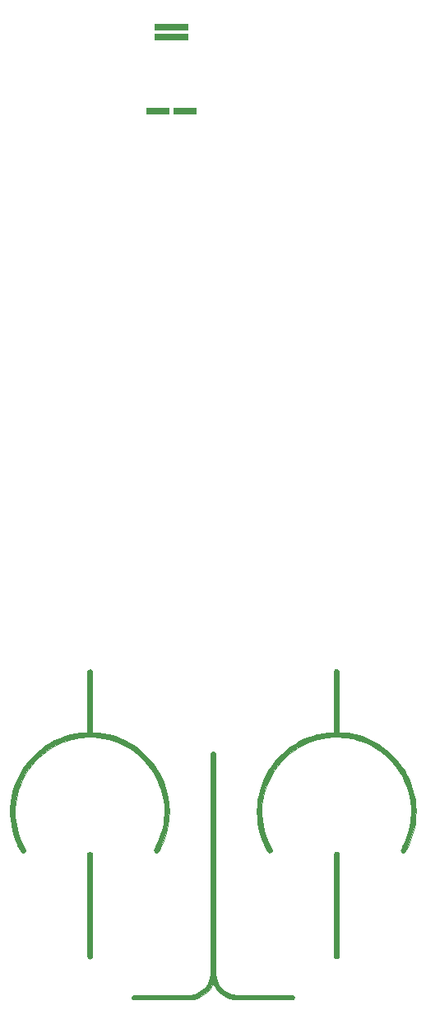
<source format=gtl>
%TF.GenerationSoftware,KiCad,Pcbnew,(6.0.0-0)*%
%TF.CreationDate,2022-03-07T15:07:37+00:00*%
%TF.ProjectId,dual-digi-delay-frontpanel,6475616c-2d64-4696-9769-2d64656c6179,rev?*%
%TF.SameCoordinates,Original*%
%TF.FileFunction,Copper,L1,Top*%
%TF.FilePolarity,Positive*%
%FSLAX46Y46*%
G04 Gerber Fmt 4.6, Leading zero omitted, Abs format (unit mm)*
G04 Created by KiCad (PCBNEW (6.0.0-0)) date 2022-03-07 15:07:37*
%MOMM*%
%LPD*%
G01*
G04 APERTURE LIST*
%TA.AperFunction,EtchedComponent*%
%ADD10C,0.010000*%
%TD*%
G04 APERTURE END LIST*
D10*
%TO.C,Ref\u002A\u002A*%
X115271263Y-156618092D02*
X115322773Y-156641410D01*
X115322773Y-156641410D02*
X115360061Y-156674038D01*
X115360061Y-156674038D02*
X115421933Y-156735910D01*
X115421933Y-156735910D02*
X115421933Y-167448832D01*
X115421933Y-167448832D02*
X115363725Y-167513972D01*
X115363725Y-167513972D02*
X115292541Y-167565883D01*
X115292541Y-167565883D02*
X115204377Y-167591397D01*
X115204377Y-167591397D02*
X115116380Y-167586480D01*
X115116380Y-167586480D02*
X115091482Y-167578005D01*
X115091482Y-167578005D02*
X115047082Y-167547979D01*
X115047082Y-167547979D02*
X115002238Y-167502229D01*
X115002238Y-167502229D02*
X115001523Y-167501325D01*
X115001523Y-167501325D02*
X114956267Y-167443790D01*
X114956267Y-167443790D02*
X114956267Y-162111594D01*
X114956267Y-162111594D02*
X114956287Y-161545048D01*
X114956287Y-161545048D02*
X114956355Y-161019322D01*
X114956355Y-161019322D02*
X114956479Y-160532903D01*
X114956479Y-160532903D02*
X114956669Y-160084277D01*
X114956669Y-160084277D02*
X114956932Y-159671932D01*
X114956932Y-159671932D02*
X114957279Y-159294355D01*
X114957279Y-159294355D02*
X114957718Y-158950031D01*
X114957718Y-158950031D02*
X114958258Y-158637449D01*
X114958258Y-158637449D02*
X114958908Y-158355094D01*
X114958908Y-158355094D02*
X114959678Y-158101453D01*
X114959678Y-158101453D02*
X114960575Y-157875014D01*
X114960575Y-157875014D02*
X114961609Y-157674263D01*
X114961609Y-157674263D02*
X114962789Y-157497686D01*
X114962789Y-157497686D02*
X114964124Y-157343772D01*
X114964124Y-157343772D02*
X114965623Y-157211006D01*
X114965623Y-157211006D02*
X114967295Y-157097875D01*
X114967295Y-157097875D02*
X114969149Y-157002866D01*
X114969149Y-157002866D02*
X114971193Y-156924466D01*
X114971193Y-156924466D02*
X114973437Y-156861161D01*
X114973437Y-156861161D02*
X114975890Y-156811439D01*
X114975890Y-156811439D02*
X114978561Y-156773786D01*
X114978561Y-156773786D02*
X114981458Y-156746689D01*
X114981458Y-156746689D02*
X114984591Y-156728635D01*
X114984591Y-156728635D02*
X114987969Y-156718111D01*
X114987969Y-156718111D02*
X114988236Y-156717576D01*
X114988236Y-156717576D02*
X115030832Y-156658133D01*
X115030832Y-156658133D02*
X115088933Y-156624949D01*
X115088933Y-156624949D02*
X115173386Y-156612622D01*
X115173386Y-156612622D02*
X115199920Y-156612166D01*
X115199920Y-156612166D02*
X115271263Y-156618092D01*
X115271263Y-156618092D02*
X115271263Y-156618092D01*
G36*
X115271263Y-156618092D02*
G01*
X115322773Y-156641410D01*
X115360061Y-156674038D01*
X115421933Y-156735910D01*
X115421933Y-167448832D01*
X115363725Y-167513972D01*
X115292541Y-167565883D01*
X115204377Y-167591397D01*
X115116380Y-167586480D01*
X115091482Y-167578005D01*
X115047082Y-167547979D01*
X115002238Y-167502229D01*
X115001523Y-167501325D01*
X114956267Y-167443790D01*
X114956267Y-162111594D01*
X114956287Y-161545048D01*
X114956355Y-161019322D01*
X114956479Y-160532903D01*
X114956669Y-160084277D01*
X114956932Y-159671932D01*
X114957279Y-159294355D01*
X114957718Y-158950031D01*
X114958258Y-158637449D01*
X114958908Y-158355094D01*
X114959678Y-158101453D01*
X114960575Y-157875014D01*
X114961609Y-157674263D01*
X114962789Y-157497686D01*
X114964124Y-157343772D01*
X114965623Y-157211006D01*
X114967295Y-157097875D01*
X114969149Y-157002866D01*
X114971193Y-156924466D01*
X114973437Y-156861161D01*
X114975890Y-156811439D01*
X114978561Y-156773786D01*
X114981458Y-156746689D01*
X114984591Y-156728635D01*
X114987969Y-156718111D01*
X114988236Y-156717576D01*
X115030832Y-156658133D01*
X115088933Y-156624949D01*
X115173386Y-156612622D01*
X115199920Y-156612166D01*
X115271263Y-156618092D01*
G37*
X115271263Y-156618092D02*
X115322773Y-156641410D01*
X115360061Y-156674038D01*
X115421933Y-156735910D01*
X115421933Y-167448832D01*
X115363725Y-167513972D01*
X115292541Y-167565883D01*
X115204377Y-167591397D01*
X115116380Y-167586480D01*
X115091482Y-167578005D01*
X115047082Y-167547979D01*
X115002238Y-167502229D01*
X115001523Y-167501325D01*
X114956267Y-167443790D01*
X114956267Y-162111594D01*
X114956287Y-161545048D01*
X114956355Y-161019322D01*
X114956479Y-160532903D01*
X114956669Y-160084277D01*
X114956932Y-159671932D01*
X114957279Y-159294355D01*
X114957718Y-158950031D01*
X114958258Y-158637449D01*
X114958908Y-158355094D01*
X114959678Y-158101453D01*
X114960575Y-157875014D01*
X114961609Y-157674263D01*
X114962789Y-157497686D01*
X114964124Y-157343772D01*
X114965623Y-157211006D01*
X114967295Y-157097875D01*
X114969149Y-157002866D01*
X114971193Y-156924466D01*
X114973437Y-156861161D01*
X114975890Y-156811439D01*
X114978561Y-156773786D01*
X114981458Y-156746689D01*
X114984591Y-156728635D01*
X114987969Y-156718111D01*
X114988236Y-156717576D01*
X115030832Y-156658133D01*
X115088933Y-156624949D01*
X115173386Y-156612622D01*
X115199920Y-156612166D01*
X115271263Y-156618092D01*
X89853939Y-156618683D02*
X89905366Y-156644319D01*
X89905366Y-156644319D02*
X89949967Y-156684133D01*
X89949967Y-156684133D02*
X90021933Y-156756100D01*
X90021933Y-156756100D02*
X90021933Y-162091220D01*
X90021933Y-162091220D02*
X90021888Y-162682616D01*
X90021888Y-162682616D02*
X90021750Y-163232886D01*
X90021750Y-163232886D02*
X90021511Y-163743238D01*
X90021511Y-163743238D02*
X90021168Y-164214878D01*
X90021168Y-164214878D02*
X90020715Y-164649014D01*
X90020715Y-164649014D02*
X90020144Y-165046853D01*
X90020144Y-165046853D02*
X90019452Y-165409603D01*
X90019452Y-165409603D02*
X90018632Y-165738471D01*
X90018632Y-165738471D02*
X90017679Y-166034665D01*
X90017679Y-166034665D02*
X90016587Y-166299390D01*
X90016587Y-166299390D02*
X90015350Y-166533856D01*
X90015350Y-166533856D02*
X90013962Y-166739269D01*
X90013962Y-166739269D02*
X90012419Y-166916836D01*
X90012419Y-166916836D02*
X90010714Y-167067765D01*
X90010714Y-167067765D02*
X90008842Y-167193264D01*
X90008842Y-167193264D02*
X90006796Y-167294538D01*
X90006796Y-167294538D02*
X90004572Y-167372797D01*
X90004572Y-167372797D02*
X90002164Y-167429246D01*
X90002164Y-167429246D02*
X89999566Y-167465094D01*
X89999566Y-167465094D02*
X89996771Y-167481547D01*
X89996771Y-167481547D02*
X89996646Y-167481841D01*
X89996646Y-167481841D02*
X89948710Y-167540563D01*
X89948710Y-167540563D02*
X89875372Y-167580164D01*
X89875372Y-167580164D02*
X89790418Y-167597541D01*
X89790418Y-167597541D02*
X89707631Y-167589591D01*
X89707631Y-167589591D02*
X89648702Y-167560154D01*
X89648702Y-167560154D02*
X89604526Y-167514154D01*
X89604526Y-167514154D02*
X89579911Y-167477349D01*
X89579911Y-167477349D02*
X89577218Y-167459310D01*
X89577218Y-167459310D02*
X89574710Y-167415461D01*
X89574710Y-167415461D02*
X89572383Y-167344859D01*
X89572383Y-167344859D02*
X89570231Y-167246564D01*
X89570231Y-167246564D02*
X89568251Y-167119635D01*
X89568251Y-167119635D02*
X89566440Y-166963130D01*
X89566440Y-166963130D02*
X89564791Y-166776108D01*
X89564791Y-166776108D02*
X89563303Y-166557629D01*
X89563303Y-166557629D02*
X89561970Y-166306749D01*
X89561970Y-166306749D02*
X89560788Y-166022530D01*
X89560788Y-166022530D02*
X89559753Y-165704028D01*
X89559753Y-165704028D02*
X89558862Y-165350303D01*
X89558862Y-165350303D02*
X89558109Y-164960414D01*
X89558109Y-164960414D02*
X89557491Y-164533420D01*
X89557491Y-164533420D02*
X89557004Y-164068379D01*
X89557004Y-164068379D02*
X89556643Y-163564350D01*
X89556643Y-163564350D02*
X89556404Y-163020391D01*
X89556404Y-163020391D02*
X89556284Y-162435562D01*
X89556284Y-162435562D02*
X89556267Y-162093608D01*
X89556267Y-162093608D02*
X89556267Y-156756100D01*
X89556267Y-156756100D02*
X89628233Y-156684133D01*
X89628233Y-156684133D02*
X89683497Y-156636919D01*
X89683497Y-156636919D02*
X89736043Y-156616041D01*
X89736043Y-156616041D02*
X89789100Y-156612166D01*
X89789100Y-156612166D02*
X89853939Y-156618683D01*
X89853939Y-156618683D02*
X89853939Y-156618683D01*
G36*
X89853939Y-156618683D02*
G01*
X89905366Y-156644319D01*
X89949967Y-156684133D01*
X90021933Y-156756100D01*
X90021933Y-162091220D01*
X90021888Y-162682616D01*
X90021750Y-163232886D01*
X90021511Y-163743238D01*
X90021168Y-164214878D01*
X90020715Y-164649014D01*
X90020144Y-165046853D01*
X90019452Y-165409603D01*
X90018632Y-165738471D01*
X90017679Y-166034665D01*
X90016587Y-166299390D01*
X90015350Y-166533856D01*
X90013962Y-166739269D01*
X90012419Y-166916836D01*
X90010714Y-167067765D01*
X90008842Y-167193264D01*
X90006796Y-167294538D01*
X90004572Y-167372797D01*
X90002164Y-167429246D01*
X89999566Y-167465094D01*
X89996771Y-167481547D01*
X89996646Y-167481841D01*
X89948710Y-167540563D01*
X89875372Y-167580164D01*
X89790418Y-167597541D01*
X89707631Y-167589591D01*
X89648702Y-167560154D01*
X89604526Y-167514154D01*
X89579911Y-167477349D01*
X89577218Y-167459310D01*
X89574710Y-167415461D01*
X89572383Y-167344859D01*
X89570231Y-167246564D01*
X89568251Y-167119635D01*
X89566440Y-166963130D01*
X89564791Y-166776108D01*
X89563303Y-166557629D01*
X89561970Y-166306749D01*
X89560788Y-166022530D01*
X89559753Y-165704028D01*
X89558862Y-165350303D01*
X89558109Y-164960414D01*
X89557491Y-164533420D01*
X89557004Y-164068379D01*
X89556643Y-163564350D01*
X89556404Y-163020391D01*
X89556284Y-162435562D01*
X89556267Y-162093608D01*
X89556267Y-156756100D01*
X89628233Y-156684133D01*
X89683497Y-156636919D01*
X89736043Y-156616041D01*
X89789100Y-156612166D01*
X89853939Y-156618683D01*
G37*
X89853939Y-156618683D02*
X89905366Y-156644319D01*
X89949967Y-156684133D01*
X90021933Y-156756100D01*
X90021933Y-162091220D01*
X90021888Y-162682616D01*
X90021750Y-163232886D01*
X90021511Y-163743238D01*
X90021168Y-164214878D01*
X90020715Y-164649014D01*
X90020144Y-165046853D01*
X90019452Y-165409603D01*
X90018632Y-165738471D01*
X90017679Y-166034665D01*
X90016587Y-166299390D01*
X90015350Y-166533856D01*
X90013962Y-166739269D01*
X90012419Y-166916836D01*
X90010714Y-167067765D01*
X90008842Y-167193264D01*
X90006796Y-167294538D01*
X90004572Y-167372797D01*
X90002164Y-167429246D01*
X89999566Y-167465094D01*
X89996771Y-167481547D01*
X89996646Y-167481841D01*
X89948710Y-167540563D01*
X89875372Y-167580164D01*
X89790418Y-167597541D01*
X89707631Y-167589591D01*
X89648702Y-167560154D01*
X89604526Y-167514154D01*
X89579911Y-167477349D01*
X89577218Y-167459310D01*
X89574710Y-167415461D01*
X89572383Y-167344859D01*
X89570231Y-167246564D01*
X89568251Y-167119635D01*
X89566440Y-166963130D01*
X89564791Y-166776108D01*
X89563303Y-166557629D01*
X89561970Y-166306749D01*
X89560788Y-166022530D01*
X89559753Y-165704028D01*
X89558862Y-165350303D01*
X89558109Y-164960414D01*
X89557491Y-164533420D01*
X89557004Y-164068379D01*
X89556643Y-163564350D01*
X89556404Y-163020391D01*
X89556284Y-162435562D01*
X89556267Y-162093608D01*
X89556267Y-156756100D01*
X89628233Y-156684133D01*
X89683497Y-156636919D01*
X89736043Y-156616041D01*
X89789100Y-156612166D01*
X89853939Y-156618683D01*
X102553939Y-146331683D02*
X102605366Y-146357319D01*
X102605366Y-146357319D02*
X102649967Y-146397133D01*
X102649967Y-146397133D02*
X102721933Y-146469100D01*
X102721933Y-146469100D02*
X102721933Y-157775050D01*
X102721933Y-157775050D02*
X102721966Y-158701097D01*
X102721966Y-158701097D02*
X102722066Y-159585217D01*
X102722066Y-159585217D02*
X102722233Y-160427817D01*
X102722233Y-160427817D02*
X102722469Y-161229306D01*
X102722469Y-161229306D02*
X102722774Y-161990089D01*
X102722774Y-161990089D02*
X102723149Y-162710574D01*
X102723149Y-162710574D02*
X102723594Y-163391168D01*
X102723594Y-163391168D02*
X102724111Y-164032277D01*
X102724111Y-164032277D02*
X102724700Y-164634309D01*
X102724700Y-164634309D02*
X102725363Y-165197671D01*
X102725363Y-165197671D02*
X102726099Y-165722770D01*
X102726099Y-165722770D02*
X102726910Y-166210012D01*
X102726910Y-166210012D02*
X102727797Y-166659805D01*
X102727797Y-166659805D02*
X102728760Y-167072556D01*
X102728760Y-167072556D02*
X102729800Y-167448672D01*
X102729800Y-167448672D02*
X102730918Y-167788560D01*
X102730918Y-167788560D02*
X102732115Y-168092626D01*
X102732115Y-168092626D02*
X102733391Y-168361278D01*
X102733391Y-168361278D02*
X102734748Y-168594923D01*
X102734748Y-168594923D02*
X102736185Y-168793968D01*
X102736185Y-168793968D02*
X102737705Y-168958819D01*
X102737705Y-168958819D02*
X102739307Y-169089885D01*
X102739307Y-169089885D02*
X102740993Y-169187571D01*
X102740993Y-169187571D02*
X102742764Y-169252285D01*
X102742764Y-169252285D02*
X102744560Y-169283922D01*
X102744560Y-169283922D02*
X102798772Y-169585835D01*
X102798772Y-169585835D02*
X102890799Y-169872840D01*
X102890799Y-169872840D02*
X103017912Y-170142206D01*
X103017912Y-170142206D02*
X103177384Y-170391207D01*
X103177384Y-170391207D02*
X103366487Y-170617115D01*
X103366487Y-170617115D02*
X103582492Y-170817200D01*
X103582492Y-170817200D02*
X103822672Y-170988736D01*
X103822672Y-170988736D02*
X104084297Y-171128993D01*
X104084297Y-171128993D02*
X104364641Y-171235245D01*
X104364641Y-171235245D02*
X104660975Y-171304762D01*
X104660975Y-171304762D02*
X104782178Y-171321539D01*
X104782178Y-171321539D02*
X104838801Y-171325327D01*
X104838801Y-171325327D02*
X104937521Y-171328774D01*
X104937521Y-171328774D02*
X105078104Y-171331877D01*
X105078104Y-171331877D02*
X105260315Y-171334636D01*
X105260315Y-171334636D02*
X105483919Y-171337048D01*
X105483919Y-171337048D02*
X105748681Y-171339112D01*
X105748681Y-171339112D02*
X106054367Y-171340826D01*
X106054367Y-171340826D02*
X106400742Y-171342188D01*
X106400742Y-171342188D02*
X106787572Y-171343197D01*
X106787572Y-171343197D02*
X107214621Y-171343850D01*
X107214621Y-171343850D02*
X107681655Y-171344147D01*
X107681655Y-171344147D02*
X107843098Y-171344166D01*
X107843098Y-171344166D02*
X110701099Y-171344166D01*
X110701099Y-171344166D02*
X110770224Y-171405930D01*
X110770224Y-171405930D02*
X110812317Y-171448953D01*
X110812317Y-171448953D02*
X110832787Y-171491354D01*
X110832787Y-171491354D02*
X110839100Y-171551612D01*
X110839100Y-171551612D02*
X110839350Y-171577000D01*
X110839350Y-171577000D02*
X110835927Y-171646619D01*
X110835927Y-171646619D02*
X110820679Y-171692610D01*
X110820679Y-171692610D02*
X110786138Y-171733455D01*
X110786138Y-171733455D02*
X110770224Y-171748069D01*
X110770224Y-171748069D02*
X110701099Y-171809833D01*
X110701099Y-171809833D02*
X107743391Y-171809748D01*
X107743391Y-171809748D02*
X107319765Y-171809735D01*
X107319765Y-171809735D02*
X106936223Y-171809677D01*
X106936223Y-171809677D02*
X106590513Y-171809506D01*
X106590513Y-171809506D02*
X106280387Y-171809156D01*
X106280387Y-171809156D02*
X106003594Y-171808558D01*
X106003594Y-171808558D02*
X105757884Y-171807644D01*
X105757884Y-171807644D02*
X105541008Y-171806348D01*
X105541008Y-171806348D02*
X105350714Y-171804602D01*
X105350714Y-171804602D02*
X105184753Y-171802338D01*
X105184753Y-171802338D02*
X105040875Y-171799490D01*
X105040875Y-171799490D02*
X104916831Y-171795988D01*
X104916831Y-171795988D02*
X104810369Y-171791767D01*
X104810369Y-171791767D02*
X104719239Y-171786758D01*
X104719239Y-171786758D02*
X104641193Y-171780893D01*
X104641193Y-171780893D02*
X104573979Y-171774107D01*
X104573979Y-171774107D02*
X104515348Y-171766330D01*
X104515348Y-171766330D02*
X104463050Y-171757495D01*
X104463050Y-171757495D02*
X104414834Y-171747535D01*
X104414834Y-171747535D02*
X104368451Y-171736383D01*
X104368451Y-171736383D02*
X104321651Y-171723970D01*
X104321651Y-171723970D02*
X104272182Y-171710230D01*
X104272182Y-171710230D02*
X104253683Y-171705056D01*
X104253683Y-171705056D02*
X103961219Y-171602273D01*
X103961219Y-171602273D02*
X103677111Y-171461335D01*
X103677111Y-171461335D02*
X103406842Y-171286322D01*
X103406842Y-171286322D02*
X103155895Y-171081316D01*
X103155895Y-171081316D02*
X102929756Y-170850397D01*
X102929756Y-170850397D02*
X102733907Y-170597646D01*
X102733907Y-170597646D02*
X102702880Y-170551048D01*
X102702880Y-170551048D02*
X102643439Y-170457249D01*
X102643439Y-170457249D02*
X102590809Y-170369886D01*
X102590809Y-170369886D02*
X102550432Y-170298287D01*
X102550432Y-170298287D02*
X102527752Y-170251777D01*
X102527752Y-170251777D02*
X102526866Y-170249423D01*
X102526866Y-170249423D02*
X102507224Y-170203551D01*
X102507224Y-170203551D02*
X102491730Y-170181443D01*
X102491730Y-170181443D02*
X102490139Y-170181062D01*
X102490139Y-170181062D02*
X102475759Y-170199195D01*
X102475759Y-170199195D02*
X102449764Y-170245433D01*
X102449764Y-170245433D02*
X102421173Y-170302770D01*
X102421173Y-170302770D02*
X102299927Y-170518826D01*
X102299927Y-170518826D02*
X102140381Y-170738968D01*
X102140381Y-170738968D02*
X101945721Y-170958861D01*
X101945721Y-170958861D02*
X101917989Y-170987216D01*
X101917989Y-170987216D02*
X101674098Y-171209063D01*
X101674098Y-171209063D02*
X101415202Y-171395068D01*
X101415202Y-171395068D02*
X101136524Y-171547874D01*
X101136524Y-171547874D02*
X100833282Y-171670122D01*
X100833282Y-171670122D02*
X100520600Y-171759766D01*
X100520600Y-171759766D02*
X100496633Y-171765004D01*
X100496633Y-171765004D02*
X100469396Y-171769751D01*
X100469396Y-171769751D02*
X100436750Y-171774035D01*
X100436750Y-171774035D02*
X100396556Y-171777887D01*
X100396556Y-171777887D02*
X100346674Y-171781336D01*
X100346674Y-171781336D02*
X100284965Y-171784412D01*
X100284965Y-171784412D02*
X100209290Y-171787145D01*
X100209290Y-171787145D02*
X100117508Y-171789563D01*
X100117508Y-171789563D02*
X100007481Y-171791698D01*
X100007481Y-171791698D02*
X99877070Y-171793579D01*
X99877070Y-171793579D02*
X99724134Y-171795235D01*
X99724134Y-171795235D02*
X99546534Y-171796696D01*
X99546534Y-171796696D02*
X99342132Y-171797991D01*
X99342132Y-171797991D02*
X99108787Y-171799152D01*
X99108787Y-171799152D02*
X98844360Y-171800207D01*
X98844360Y-171800207D02*
X98546713Y-171801185D01*
X98546713Y-171801185D02*
X98213704Y-171802117D01*
X98213704Y-171802117D02*
X97843196Y-171803033D01*
X97843196Y-171803033D02*
X97433048Y-171803962D01*
X97433048Y-171803962D02*
X97320018Y-171804208D01*
X97320018Y-171804208D02*
X94278186Y-171810803D01*
X94278186Y-171810803D02*
X94208518Y-171748554D01*
X94208518Y-171748554D02*
X94166120Y-171705323D01*
X94166120Y-171705323D02*
X94145494Y-171662977D01*
X94145494Y-171662977D02*
X94139112Y-171602985D01*
X94139112Y-171602985D02*
X94138850Y-171577000D01*
X94138850Y-171577000D02*
X94142273Y-171507380D01*
X94142273Y-171507380D02*
X94157521Y-171461389D01*
X94157521Y-171461389D02*
X94192062Y-171420544D01*
X94192062Y-171420544D02*
X94207975Y-171405930D01*
X94207975Y-171405930D02*
X94277101Y-171344166D01*
X94277101Y-171344166D02*
X97135101Y-171344166D01*
X97135101Y-171344166D02*
X97615167Y-171343987D01*
X97615167Y-171343987D02*
X98055324Y-171343450D01*
X98055324Y-171343450D02*
X98455338Y-171342557D01*
X98455338Y-171342557D02*
X98814974Y-171341311D01*
X98814974Y-171341311D02*
X99133999Y-171339712D01*
X99133999Y-171339712D02*
X99412176Y-171337762D01*
X99412176Y-171337762D02*
X99649272Y-171335464D01*
X99649272Y-171335464D02*
X99845051Y-171332818D01*
X99845051Y-171332818D02*
X99999280Y-171329827D01*
X99999280Y-171329827D02*
X100111722Y-171326492D01*
X100111722Y-171326492D02*
X100182144Y-171322816D01*
X100182144Y-171322816D02*
X100196022Y-171321539D01*
X100196022Y-171321539D02*
X100501797Y-171266493D01*
X100501797Y-171266493D02*
X100794725Y-171171757D01*
X100794725Y-171171757D02*
X101071662Y-171038847D01*
X101071662Y-171038847D02*
X101329461Y-170869281D01*
X101329461Y-170869281D02*
X101564975Y-170664575D01*
X101564975Y-170664575D02*
X101570835Y-170658735D01*
X101570835Y-170658735D02*
X101776444Y-170423849D01*
X101776444Y-170423849D02*
X101946954Y-170166596D01*
X101946954Y-170166596D02*
X102080846Y-169890121D01*
X102080846Y-169890121D02*
X102176605Y-169597573D01*
X102176605Y-169597573D02*
X102232713Y-169292096D01*
X102232713Y-169292096D02*
X102233640Y-169283922D01*
X102233640Y-169283922D02*
X102235492Y-169250769D01*
X102235492Y-169250769D02*
X102237260Y-169185039D01*
X102237260Y-169185039D02*
X102238943Y-169086323D01*
X102238943Y-169086323D02*
X102240543Y-168954216D01*
X102240543Y-168954216D02*
X102242060Y-168788310D01*
X102242060Y-168788310D02*
X102243495Y-168588198D01*
X102243495Y-168588198D02*
X102244849Y-168353474D01*
X102244849Y-168353474D02*
X102246123Y-168083729D01*
X102246123Y-168083729D02*
X102247318Y-167778558D01*
X102247318Y-167778558D02*
X102248433Y-167437553D01*
X102248433Y-167437553D02*
X102249471Y-167060307D01*
X102249471Y-167060307D02*
X102250431Y-166646413D01*
X102250431Y-166646413D02*
X102251316Y-166195465D01*
X102251316Y-166195465D02*
X102252124Y-165707054D01*
X102252124Y-165707054D02*
X102252858Y-165180775D01*
X102252858Y-165180775D02*
X102253519Y-164616220D01*
X102253519Y-164616220D02*
X102254106Y-164012982D01*
X102254106Y-164012982D02*
X102254620Y-163370654D01*
X102254620Y-163370654D02*
X102255064Y-162688829D01*
X102255064Y-162688829D02*
X102255436Y-161967100D01*
X102255436Y-161967100D02*
X102255739Y-161205061D01*
X102255739Y-161205061D02*
X102255972Y-160402303D01*
X102255972Y-160402303D02*
X102256138Y-159558421D01*
X102256138Y-159558421D02*
X102256235Y-158673007D01*
X102256235Y-158673007D02*
X102256267Y-157775050D01*
X102256267Y-157775050D02*
X102256267Y-146469100D01*
X102256267Y-146469100D02*
X102328233Y-146397133D01*
X102328233Y-146397133D02*
X102383497Y-146349919D01*
X102383497Y-146349919D02*
X102436043Y-146329041D01*
X102436043Y-146329041D02*
X102489100Y-146325166D01*
X102489100Y-146325166D02*
X102553939Y-146331683D01*
X102553939Y-146331683D02*
X102553939Y-146331683D01*
G36*
X102553939Y-146331683D02*
G01*
X102605366Y-146357319D01*
X102649967Y-146397133D01*
X102721933Y-146469100D01*
X102721933Y-157775050D01*
X102721966Y-158701097D01*
X102722066Y-159585217D01*
X102722233Y-160427817D01*
X102722469Y-161229306D01*
X102722774Y-161990089D01*
X102723149Y-162710574D01*
X102723594Y-163391168D01*
X102724111Y-164032277D01*
X102724700Y-164634309D01*
X102725363Y-165197671D01*
X102726099Y-165722770D01*
X102726910Y-166210012D01*
X102727797Y-166659805D01*
X102728760Y-167072556D01*
X102729800Y-167448672D01*
X102730918Y-167788560D01*
X102732115Y-168092626D01*
X102733391Y-168361278D01*
X102734748Y-168594923D01*
X102736185Y-168793968D01*
X102737705Y-168958819D01*
X102739307Y-169089885D01*
X102740993Y-169187571D01*
X102742764Y-169252285D01*
X102744560Y-169283922D01*
X102798772Y-169585835D01*
X102890799Y-169872840D01*
X103017912Y-170142206D01*
X103177384Y-170391207D01*
X103366487Y-170617115D01*
X103582492Y-170817200D01*
X103822672Y-170988736D01*
X104084297Y-171128993D01*
X104364641Y-171235245D01*
X104660975Y-171304762D01*
X104782178Y-171321539D01*
X104838801Y-171325327D01*
X104937521Y-171328774D01*
X105078104Y-171331877D01*
X105260315Y-171334636D01*
X105483919Y-171337048D01*
X105748681Y-171339112D01*
X106054367Y-171340826D01*
X106400742Y-171342188D01*
X106787572Y-171343197D01*
X107214621Y-171343850D01*
X107681655Y-171344147D01*
X107843098Y-171344166D01*
X110701099Y-171344166D01*
X110770224Y-171405930D01*
X110812317Y-171448953D01*
X110832787Y-171491354D01*
X110839100Y-171551612D01*
X110839350Y-171577000D01*
X110835927Y-171646619D01*
X110820679Y-171692610D01*
X110786138Y-171733455D01*
X110770224Y-171748069D01*
X110701099Y-171809833D01*
X107743391Y-171809748D01*
X107319765Y-171809735D01*
X106936223Y-171809677D01*
X106590513Y-171809506D01*
X106280387Y-171809156D01*
X106003594Y-171808558D01*
X105757884Y-171807644D01*
X105541008Y-171806348D01*
X105350714Y-171804602D01*
X105184753Y-171802338D01*
X105040875Y-171799490D01*
X104916831Y-171795988D01*
X104810369Y-171791767D01*
X104719239Y-171786758D01*
X104641193Y-171780893D01*
X104573979Y-171774107D01*
X104515348Y-171766330D01*
X104463050Y-171757495D01*
X104414834Y-171747535D01*
X104368451Y-171736383D01*
X104321651Y-171723970D01*
X104272182Y-171710230D01*
X104253683Y-171705056D01*
X103961219Y-171602273D01*
X103677111Y-171461335D01*
X103406842Y-171286322D01*
X103155895Y-171081316D01*
X102929756Y-170850397D01*
X102733907Y-170597646D01*
X102702880Y-170551048D01*
X102643439Y-170457249D01*
X102590809Y-170369886D01*
X102550432Y-170298287D01*
X102527752Y-170251777D01*
X102526866Y-170249423D01*
X102507224Y-170203551D01*
X102491730Y-170181443D01*
X102490139Y-170181062D01*
X102475759Y-170199195D01*
X102449764Y-170245433D01*
X102421173Y-170302770D01*
X102299927Y-170518826D01*
X102140381Y-170738968D01*
X101945721Y-170958861D01*
X101917989Y-170987216D01*
X101674098Y-171209063D01*
X101415202Y-171395068D01*
X101136524Y-171547874D01*
X100833282Y-171670122D01*
X100520600Y-171759766D01*
X100496633Y-171765004D01*
X100469396Y-171769751D01*
X100436750Y-171774035D01*
X100396556Y-171777887D01*
X100346674Y-171781336D01*
X100284965Y-171784412D01*
X100209290Y-171787145D01*
X100117508Y-171789563D01*
X100007481Y-171791698D01*
X99877070Y-171793579D01*
X99724134Y-171795235D01*
X99546534Y-171796696D01*
X99342132Y-171797991D01*
X99108787Y-171799152D01*
X98844360Y-171800207D01*
X98546713Y-171801185D01*
X98213704Y-171802117D01*
X97843196Y-171803033D01*
X97433048Y-171803962D01*
X97320018Y-171804208D01*
X94278186Y-171810803D01*
X94208518Y-171748554D01*
X94166120Y-171705323D01*
X94145494Y-171662977D01*
X94139112Y-171602985D01*
X94138850Y-171577000D01*
X94142273Y-171507380D01*
X94157521Y-171461389D01*
X94192062Y-171420544D01*
X94207975Y-171405930D01*
X94277101Y-171344166D01*
X97135101Y-171344166D01*
X97615167Y-171343987D01*
X98055324Y-171343450D01*
X98455338Y-171342557D01*
X98814974Y-171341311D01*
X99133999Y-171339712D01*
X99412176Y-171337762D01*
X99649272Y-171335464D01*
X99845051Y-171332818D01*
X99999280Y-171329827D01*
X100111722Y-171326492D01*
X100182144Y-171322816D01*
X100196022Y-171321539D01*
X100501797Y-171266493D01*
X100794725Y-171171757D01*
X101071662Y-171038847D01*
X101329461Y-170869281D01*
X101564975Y-170664575D01*
X101570835Y-170658735D01*
X101776444Y-170423849D01*
X101946954Y-170166596D01*
X102080846Y-169890121D01*
X102176605Y-169597573D01*
X102232713Y-169292096D01*
X102233640Y-169283922D01*
X102235492Y-169250769D01*
X102237260Y-169185039D01*
X102238943Y-169086323D01*
X102240543Y-168954216D01*
X102242060Y-168788310D01*
X102243495Y-168588198D01*
X102244849Y-168353474D01*
X102246123Y-168083729D01*
X102247318Y-167778558D01*
X102248433Y-167437553D01*
X102249471Y-167060307D01*
X102250431Y-166646413D01*
X102251316Y-166195465D01*
X102252124Y-165707054D01*
X102252858Y-165180775D01*
X102253519Y-164616220D01*
X102254106Y-164012982D01*
X102254620Y-163370654D01*
X102255064Y-162688829D01*
X102255436Y-161967100D01*
X102255739Y-161205061D01*
X102255972Y-160402303D01*
X102256138Y-159558421D01*
X102256235Y-158673007D01*
X102256267Y-157775050D01*
X102256267Y-146469100D01*
X102328233Y-146397133D01*
X102383497Y-146349919D01*
X102436043Y-146329041D01*
X102489100Y-146325166D01*
X102553939Y-146331683D01*
G37*
X102553939Y-146331683D02*
X102605366Y-146357319D01*
X102649967Y-146397133D01*
X102721933Y-146469100D01*
X102721933Y-157775050D01*
X102721966Y-158701097D01*
X102722066Y-159585217D01*
X102722233Y-160427817D01*
X102722469Y-161229306D01*
X102722774Y-161990089D01*
X102723149Y-162710574D01*
X102723594Y-163391168D01*
X102724111Y-164032277D01*
X102724700Y-164634309D01*
X102725363Y-165197671D01*
X102726099Y-165722770D01*
X102726910Y-166210012D01*
X102727797Y-166659805D01*
X102728760Y-167072556D01*
X102729800Y-167448672D01*
X102730918Y-167788560D01*
X102732115Y-168092626D01*
X102733391Y-168361278D01*
X102734748Y-168594923D01*
X102736185Y-168793968D01*
X102737705Y-168958819D01*
X102739307Y-169089885D01*
X102740993Y-169187571D01*
X102742764Y-169252285D01*
X102744560Y-169283922D01*
X102798772Y-169585835D01*
X102890799Y-169872840D01*
X103017912Y-170142206D01*
X103177384Y-170391207D01*
X103366487Y-170617115D01*
X103582492Y-170817200D01*
X103822672Y-170988736D01*
X104084297Y-171128993D01*
X104364641Y-171235245D01*
X104660975Y-171304762D01*
X104782178Y-171321539D01*
X104838801Y-171325327D01*
X104937521Y-171328774D01*
X105078104Y-171331877D01*
X105260315Y-171334636D01*
X105483919Y-171337048D01*
X105748681Y-171339112D01*
X106054367Y-171340826D01*
X106400742Y-171342188D01*
X106787572Y-171343197D01*
X107214621Y-171343850D01*
X107681655Y-171344147D01*
X107843098Y-171344166D01*
X110701099Y-171344166D01*
X110770224Y-171405930D01*
X110812317Y-171448953D01*
X110832787Y-171491354D01*
X110839100Y-171551612D01*
X110839350Y-171577000D01*
X110835927Y-171646619D01*
X110820679Y-171692610D01*
X110786138Y-171733455D01*
X110770224Y-171748069D01*
X110701099Y-171809833D01*
X107743391Y-171809748D01*
X107319765Y-171809735D01*
X106936223Y-171809677D01*
X106590513Y-171809506D01*
X106280387Y-171809156D01*
X106003594Y-171808558D01*
X105757884Y-171807644D01*
X105541008Y-171806348D01*
X105350714Y-171804602D01*
X105184753Y-171802338D01*
X105040875Y-171799490D01*
X104916831Y-171795988D01*
X104810369Y-171791767D01*
X104719239Y-171786758D01*
X104641193Y-171780893D01*
X104573979Y-171774107D01*
X104515348Y-171766330D01*
X104463050Y-171757495D01*
X104414834Y-171747535D01*
X104368451Y-171736383D01*
X104321651Y-171723970D01*
X104272182Y-171710230D01*
X104253683Y-171705056D01*
X103961219Y-171602273D01*
X103677111Y-171461335D01*
X103406842Y-171286322D01*
X103155895Y-171081316D01*
X102929756Y-170850397D01*
X102733907Y-170597646D01*
X102702880Y-170551048D01*
X102643439Y-170457249D01*
X102590809Y-170369886D01*
X102550432Y-170298287D01*
X102527752Y-170251777D01*
X102526866Y-170249423D01*
X102507224Y-170203551D01*
X102491730Y-170181443D01*
X102490139Y-170181062D01*
X102475759Y-170199195D01*
X102449764Y-170245433D01*
X102421173Y-170302770D01*
X102299927Y-170518826D01*
X102140381Y-170738968D01*
X101945721Y-170958861D01*
X101917989Y-170987216D01*
X101674098Y-171209063D01*
X101415202Y-171395068D01*
X101136524Y-171547874D01*
X100833282Y-171670122D01*
X100520600Y-171759766D01*
X100496633Y-171765004D01*
X100469396Y-171769751D01*
X100436750Y-171774035D01*
X100396556Y-171777887D01*
X100346674Y-171781336D01*
X100284965Y-171784412D01*
X100209290Y-171787145D01*
X100117508Y-171789563D01*
X100007481Y-171791698D01*
X99877070Y-171793579D01*
X99724134Y-171795235D01*
X99546534Y-171796696D01*
X99342132Y-171797991D01*
X99108787Y-171799152D01*
X98844360Y-171800207D01*
X98546713Y-171801185D01*
X98213704Y-171802117D01*
X97843196Y-171803033D01*
X97433048Y-171803962D01*
X97320018Y-171804208D01*
X94278186Y-171810803D01*
X94208518Y-171748554D01*
X94166120Y-171705323D01*
X94145494Y-171662977D01*
X94139112Y-171602985D01*
X94138850Y-171577000D01*
X94142273Y-171507380D01*
X94157521Y-171461389D01*
X94192062Y-171420544D01*
X94207975Y-171405930D01*
X94277101Y-171344166D01*
X97135101Y-171344166D01*
X97615167Y-171343987D01*
X98055324Y-171343450D01*
X98455338Y-171342557D01*
X98814974Y-171341311D01*
X99133999Y-171339712D01*
X99412176Y-171337762D01*
X99649272Y-171335464D01*
X99845051Y-171332818D01*
X99999280Y-171329827D01*
X100111722Y-171326492D01*
X100182144Y-171322816D01*
X100196022Y-171321539D01*
X100501797Y-171266493D01*
X100794725Y-171171757D01*
X101071662Y-171038847D01*
X101329461Y-170869281D01*
X101564975Y-170664575D01*
X101570835Y-170658735D01*
X101776444Y-170423849D01*
X101946954Y-170166596D01*
X102080846Y-169890121D01*
X102176605Y-169597573D01*
X102232713Y-169292096D01*
X102233640Y-169283922D01*
X102235492Y-169250769D01*
X102237260Y-169185039D01*
X102238943Y-169086323D01*
X102240543Y-168954216D01*
X102242060Y-168788310D01*
X102243495Y-168588198D01*
X102244849Y-168353474D01*
X102246123Y-168083729D01*
X102247318Y-167778558D01*
X102248433Y-167437553D01*
X102249471Y-167060307D01*
X102250431Y-166646413D01*
X102251316Y-166195465D01*
X102252124Y-165707054D01*
X102252858Y-165180775D01*
X102253519Y-164616220D01*
X102254106Y-164012982D01*
X102254620Y-163370654D01*
X102255064Y-162688829D01*
X102255436Y-161967100D01*
X102255739Y-161205061D01*
X102255972Y-160402303D01*
X102256138Y-159558421D01*
X102256235Y-158673007D01*
X102256267Y-157775050D01*
X102256267Y-146469100D01*
X102328233Y-146397133D01*
X102383497Y-146349919D01*
X102436043Y-146329041D01*
X102489100Y-146325166D01*
X102553939Y-146331683D01*
X99822100Y-72030166D02*
X96498933Y-72030166D01*
X96498933Y-72030166D02*
X96498933Y-71479833D01*
X96498933Y-71479833D02*
X99822100Y-71479833D01*
X99822100Y-71479833D02*
X99822100Y-72030166D01*
X99822100Y-72030166D02*
X99822100Y-72030166D01*
G36*
X99822100Y-72030166D02*
G01*
X96498933Y-72030166D01*
X96498933Y-71479833D01*
X99822100Y-71479833D01*
X99822100Y-72030166D01*
G37*
X99822100Y-72030166D02*
X96498933Y-72030166D01*
X96498933Y-71479833D01*
X99822100Y-71479833D01*
X99822100Y-72030166D01*
X100711100Y-80666166D02*
X98403933Y-80666166D01*
X98403933Y-80666166D02*
X98403933Y-80115833D01*
X98403933Y-80115833D02*
X100711100Y-80115833D01*
X100711100Y-80115833D02*
X100711100Y-80666166D01*
X100711100Y-80666166D02*
X100711100Y-80666166D01*
G36*
X100711100Y-80666166D02*
G01*
X98403933Y-80666166D01*
X98403933Y-80115833D01*
X100711100Y-80115833D01*
X100711100Y-80666166D01*
G37*
X100711100Y-80666166D02*
X98403933Y-80666166D01*
X98403933Y-80115833D01*
X100711100Y-80115833D01*
X100711100Y-80666166D01*
X97917100Y-80666166D02*
X95631100Y-80666166D01*
X95631100Y-80666166D02*
X95631100Y-80115833D01*
X95631100Y-80115833D02*
X97917100Y-80115833D01*
X97917100Y-80115833D02*
X97917100Y-80666166D01*
X97917100Y-80666166D02*
X97917100Y-80666166D01*
G36*
X97917100Y-80666166D02*
G01*
X95631100Y-80666166D01*
X95631100Y-80115833D01*
X97917100Y-80115833D01*
X97917100Y-80666166D01*
G37*
X97917100Y-80666166D02*
X95631100Y-80666166D01*
X95631100Y-80115833D01*
X97917100Y-80115833D01*
X97917100Y-80666166D01*
X99822100Y-73046166D02*
X96498933Y-73046166D01*
X96498933Y-73046166D02*
X96498933Y-72495833D01*
X96498933Y-72495833D02*
X99822100Y-72495833D01*
X99822100Y-72495833D02*
X99822100Y-73046166D01*
X99822100Y-73046166D02*
X99822100Y-73046166D01*
G36*
X99822100Y-73046166D02*
G01*
X96498933Y-73046166D01*
X96498933Y-72495833D01*
X99822100Y-72495833D01*
X99822100Y-73046166D01*
G37*
X99822100Y-73046166D02*
X96498933Y-73046166D01*
X96498933Y-72495833D01*
X99822100Y-72495833D01*
X99822100Y-73046166D01*
X89841268Y-137853150D02*
X89921127Y-137887412D01*
X89921127Y-137887412D02*
X89981159Y-137950640D01*
X89981159Y-137950640D02*
X89986662Y-137960578D01*
X89986662Y-137960578D02*
X89991644Y-137972825D01*
X89991644Y-137972825D02*
X89996132Y-137989428D01*
X89996132Y-137989428D02*
X90000151Y-138012431D01*
X90000151Y-138012431D02*
X90003727Y-138043881D01*
X90003727Y-138043881D02*
X90006887Y-138085823D01*
X90006887Y-138085823D02*
X90009655Y-138140305D01*
X90009655Y-138140305D02*
X90012059Y-138209370D01*
X90012059Y-138209370D02*
X90014123Y-138295066D01*
X90014123Y-138295066D02*
X90015873Y-138399438D01*
X90015873Y-138399438D02*
X90017337Y-138524533D01*
X90017337Y-138524533D02*
X90018538Y-138672395D01*
X90018538Y-138672395D02*
X90019505Y-138845072D01*
X90019505Y-138845072D02*
X90020261Y-139044608D01*
X90020261Y-139044608D02*
X90020833Y-139273050D01*
X90020833Y-139273050D02*
X90021248Y-139532443D01*
X90021248Y-139532443D02*
X90021531Y-139824834D01*
X90021531Y-139824834D02*
X90021707Y-140152268D01*
X90021707Y-140152268D02*
X90021803Y-140516792D01*
X90021803Y-140516792D02*
X90021845Y-140920451D01*
X90021845Y-140920451D02*
X90021854Y-141165791D01*
X90021854Y-141165791D02*
X90021933Y-144314333D01*
X90021933Y-144314333D02*
X90181285Y-144314333D01*
X90181285Y-144314333D02*
X90366326Y-144320642D01*
X90366326Y-144320642D02*
X90582888Y-144338708D01*
X90582888Y-144338708D02*
X90822222Y-144367232D01*
X90822222Y-144367232D02*
X91075580Y-144404921D01*
X91075580Y-144404921D02*
X91334212Y-144450478D01*
X91334212Y-144450478D02*
X91589367Y-144502608D01*
X91589367Y-144502608D02*
X91821100Y-144557172D01*
X91821100Y-144557172D02*
X92372428Y-144718308D01*
X92372428Y-144718308D02*
X92910171Y-144918690D01*
X92910171Y-144918690D02*
X93432194Y-145156812D01*
X93432194Y-145156812D02*
X93936363Y-145431163D01*
X93936363Y-145431163D02*
X94420544Y-145740237D01*
X94420544Y-145740237D02*
X94882602Y-146082524D01*
X94882602Y-146082524D02*
X95320403Y-146456516D01*
X95320403Y-146456516D02*
X95731813Y-146860705D01*
X95731813Y-146860705D02*
X96114697Y-147293583D01*
X96114697Y-147293583D02*
X96466921Y-147753641D01*
X96466921Y-147753641D02*
X96584207Y-147923250D01*
X96584207Y-147923250D02*
X96892568Y-148419201D01*
X96892568Y-148419201D02*
X97163150Y-148934043D01*
X97163150Y-148934043D02*
X97395700Y-149467071D01*
X97395700Y-149467071D02*
X97589963Y-150017579D01*
X97589963Y-150017579D02*
X97745685Y-150584862D01*
X97745685Y-150584862D02*
X97862613Y-151168215D01*
X97862613Y-151168215D02*
X97929487Y-151659166D01*
X97929487Y-151659166D02*
X97942992Y-151819034D01*
X97942992Y-151819034D02*
X97953065Y-152010486D01*
X97953065Y-152010486D02*
X97959633Y-152222905D01*
X97959633Y-152222905D02*
X97962628Y-152445674D01*
X97962628Y-152445674D02*
X97961979Y-152668178D01*
X97961979Y-152668178D02*
X97957615Y-152879800D01*
X97957615Y-152879800D02*
X97949467Y-153069924D01*
X97949467Y-153069924D02*
X97939729Y-153204333D01*
X97939729Y-153204333D02*
X97865282Y-153789749D01*
X97865282Y-153789749D02*
X97750231Y-154365593D01*
X97750231Y-154365593D02*
X97595175Y-154929746D01*
X97595175Y-154929746D02*
X97400715Y-155480094D01*
X97400715Y-155480094D02*
X97167450Y-156014517D01*
X97167450Y-156014517D02*
X97110168Y-156131374D01*
X97110168Y-156131374D02*
X97030677Y-156289254D01*
X97030677Y-156289254D02*
X96966404Y-156413284D01*
X96966404Y-156413284D02*
X96914164Y-156507741D01*
X96914164Y-156507741D02*
X96870772Y-156576898D01*
X96870772Y-156576898D02*
X96833044Y-156625032D01*
X96833044Y-156625032D02*
X96797796Y-156656418D01*
X96797796Y-156656418D02*
X96761843Y-156675330D01*
X96761843Y-156675330D02*
X96722000Y-156686044D01*
X96722000Y-156686044D02*
X96693708Y-156690477D01*
X96693708Y-156690477D02*
X96596676Y-156684195D01*
X96596676Y-156684195D02*
X96512882Y-156643019D01*
X96512882Y-156643019D02*
X96450428Y-156574075D01*
X96450428Y-156574075D02*
X96417414Y-156484491D01*
X96417414Y-156484491D02*
X96414267Y-156444654D01*
X96414267Y-156444654D02*
X96423667Y-156413429D01*
X96423667Y-156413429D02*
X96449846Y-156351349D01*
X96449846Y-156351349D02*
X96489766Y-156264968D01*
X96489766Y-156264968D02*
X96540392Y-156160840D01*
X96540392Y-156160840D02*
X96598687Y-156045519D01*
X96598687Y-156045519D02*
X96603328Y-156036516D01*
X96603328Y-156036516D02*
X96828403Y-155567590D01*
X96828403Y-155567590D02*
X97016872Y-155101539D01*
X97016872Y-155101539D02*
X97171663Y-154629301D01*
X97171663Y-154629301D02*
X97295705Y-154141813D01*
X97295705Y-154141813D02*
X97391923Y-153630012D01*
X97391923Y-153630012D02*
X97402097Y-153564166D01*
X97402097Y-153564166D02*
X97426670Y-153366409D01*
X97426670Y-153366409D02*
X97446252Y-153137593D01*
X97446252Y-153137593D02*
X97460518Y-152888732D01*
X97460518Y-152888732D02*
X97469143Y-152630843D01*
X97469143Y-152630843D02*
X97471802Y-152374941D01*
X97471802Y-152374941D02*
X97468170Y-152132042D01*
X97468170Y-152132042D02*
X97457923Y-151913161D01*
X97457923Y-151913161D02*
X97452799Y-151845288D01*
X97452799Y-151845288D02*
X97384139Y-151280368D01*
X97384139Y-151280368D02*
X97274860Y-150725654D01*
X97274860Y-150725654D02*
X97125843Y-150183002D01*
X97125843Y-150183002D02*
X96937971Y-149654267D01*
X96937971Y-149654267D02*
X96712125Y-149141305D01*
X96712125Y-149141305D02*
X96449189Y-148645971D01*
X96449189Y-148645971D02*
X96150043Y-148170120D01*
X96150043Y-148170120D02*
X95815570Y-147715608D01*
X95815570Y-147715608D02*
X95446652Y-147284290D01*
X95446652Y-147284290D02*
X95130397Y-146960166D01*
X95130397Y-146960166D02*
X94702049Y-146574379D01*
X94702049Y-146574379D02*
X94252866Y-146225423D01*
X94252866Y-146225423D02*
X93783095Y-145913419D01*
X93783095Y-145913419D02*
X93292981Y-145638486D01*
X93292981Y-145638486D02*
X92782767Y-145400743D01*
X92782767Y-145400743D02*
X92252700Y-145200310D01*
X92252700Y-145200310D02*
X91703024Y-145037306D01*
X91703024Y-145037306D02*
X91133984Y-144911852D01*
X91133984Y-144911852D02*
X90826267Y-144860867D01*
X90826267Y-144860867D02*
X90728727Y-144847119D01*
X90728727Y-144847119D02*
X90638832Y-144836204D01*
X90638832Y-144836204D02*
X90549813Y-144827800D01*
X90549813Y-144827800D02*
X90454899Y-144821588D01*
X90454899Y-144821588D02*
X90347319Y-144817244D01*
X90347319Y-144817244D02*
X90220304Y-144814448D01*
X90220304Y-144814448D02*
X90067084Y-144812878D01*
X90067084Y-144812878D02*
X89880888Y-144812213D01*
X89880888Y-144812213D02*
X89799683Y-144812131D01*
X89799683Y-144812131D02*
X89586589Y-144812419D01*
X89586589Y-144812419D02*
X89408122Y-144813909D01*
X89408122Y-144813909D02*
X89256579Y-144817156D01*
X89256579Y-144817156D02*
X89124259Y-144822717D01*
X89124259Y-144822717D02*
X89003460Y-144831146D01*
X89003460Y-144831146D02*
X88886480Y-144843000D01*
X88886480Y-144843000D02*
X88765617Y-144858834D01*
X88765617Y-144858834D02*
X88633170Y-144879204D01*
X88633170Y-144879204D02*
X88481436Y-144904667D01*
X88481436Y-144904667D02*
X88455600Y-144909121D01*
X88455600Y-144909121D02*
X87914031Y-145024049D01*
X87914031Y-145024049D02*
X87380553Y-145179671D01*
X87380553Y-145179671D02*
X86858042Y-145374669D01*
X86858042Y-145374669D02*
X86349374Y-145607727D01*
X86349374Y-145607727D02*
X85857426Y-145877527D01*
X85857426Y-145877527D02*
X85385072Y-146182753D01*
X85385072Y-146182753D02*
X84937330Y-146520347D01*
X84937330Y-146520347D02*
X84512596Y-146892543D01*
X84512596Y-146892543D02*
X84117871Y-147293693D01*
X84117871Y-147293693D02*
X83754387Y-147721701D01*
X83754387Y-147721701D02*
X83423377Y-148174474D01*
X83423377Y-148174474D02*
X83126072Y-148649915D01*
X83126072Y-148649915D02*
X82863707Y-149145929D01*
X82863707Y-149145929D02*
X82637513Y-149660422D01*
X82637513Y-149660422D02*
X82448722Y-150191299D01*
X82448722Y-150191299D02*
X82298568Y-150736463D01*
X82298568Y-150736463D02*
X82212196Y-151152632D01*
X82212196Y-151152632D02*
X82151393Y-151576820D01*
X82151393Y-151576820D02*
X82115286Y-152024665D01*
X82115286Y-152024665D02*
X82103876Y-152485436D01*
X82103876Y-152485436D02*
X82117163Y-152948404D01*
X82117163Y-152948404D02*
X82155148Y-153402842D01*
X82155148Y-153402842D02*
X82211954Y-153804422D01*
X82211954Y-153804422D02*
X82305620Y-154262753D01*
X82305620Y-154262753D02*
X82427830Y-154710921D01*
X82427830Y-154710921D02*
X82581105Y-155156412D01*
X82581105Y-155156412D02*
X82767971Y-155606712D01*
X82767971Y-155606712D02*
X82945256Y-155979254D01*
X82945256Y-155979254D02*
X83007829Y-156105510D01*
X83007829Y-156105510D02*
X83063418Y-156220537D01*
X83063418Y-156220537D02*
X83109317Y-156318501D01*
X83109317Y-156318501D02*
X83142821Y-156393568D01*
X83142821Y-156393568D02*
X83161226Y-156439903D01*
X83161226Y-156439903D02*
X83163933Y-156450892D01*
X83163933Y-156450892D02*
X83144487Y-156542816D01*
X83144487Y-156542816D02*
X83091308Y-156619116D01*
X83091308Y-156619116D02*
X83012138Y-156672656D01*
X83012138Y-156672656D02*
X82914719Y-156696300D01*
X82914719Y-156696300D02*
X82897124Y-156696833D01*
X82897124Y-156696833D02*
X82840496Y-156689780D01*
X82840496Y-156689780D02*
X82791649Y-156662974D01*
X82791649Y-156662974D02*
X82742462Y-156616678D01*
X82742462Y-156616678D02*
X82704495Y-156566422D01*
X82704495Y-156566422D02*
X82653187Y-156483398D01*
X82653187Y-156483398D02*
X82591683Y-156373829D01*
X82591683Y-156373829D02*
X82523129Y-156243940D01*
X82523129Y-156243940D02*
X82450670Y-156099954D01*
X82450670Y-156099954D02*
X82377450Y-155948094D01*
X82377450Y-155948094D02*
X82306616Y-155794584D01*
X82306616Y-155794584D02*
X82241312Y-155645647D01*
X82241312Y-155645647D02*
X82194641Y-155532666D01*
X82194641Y-155532666D02*
X81996494Y-154980461D01*
X81996494Y-154980461D02*
X81839065Y-154419699D01*
X81839065Y-154419699D02*
X81722222Y-153852505D01*
X81722222Y-153852505D02*
X81645828Y-153281002D01*
X81645828Y-153281002D02*
X81609749Y-152707313D01*
X81609749Y-152707313D02*
X81613851Y-152133562D01*
X81613851Y-152133562D02*
X81657999Y-151561872D01*
X81657999Y-151561872D02*
X81742058Y-150994366D01*
X81742058Y-150994366D02*
X81865894Y-150433168D01*
X81865894Y-150433168D02*
X82029373Y-149880402D01*
X82029373Y-149880402D02*
X82232359Y-149338190D01*
X82232359Y-149338190D02*
X82474719Y-148808656D01*
X82474719Y-148808656D02*
X82640734Y-148494750D01*
X82640734Y-148494750D02*
X82732935Y-148337039D01*
X82732935Y-148337039D02*
X82845382Y-148157215D01*
X82845382Y-148157215D02*
X82971115Y-147965593D01*
X82971115Y-147965593D02*
X83103170Y-147772492D01*
X83103170Y-147772492D02*
X83234587Y-147588228D01*
X83234587Y-147588228D02*
X83358403Y-147423119D01*
X83358403Y-147423119D02*
X83397740Y-147372916D01*
X83397740Y-147372916D02*
X83516352Y-147230817D01*
X83516352Y-147230817D02*
X83660699Y-147069558D01*
X83660699Y-147069558D02*
X83823476Y-146896442D01*
X83823476Y-146896442D02*
X83997376Y-146718775D01*
X83997376Y-146718775D02*
X84175096Y-146543863D01*
X84175096Y-146543863D02*
X84349330Y-146379011D01*
X84349330Y-146379011D02*
X84512772Y-146231524D01*
X84512772Y-146231524D02*
X84658117Y-146108707D01*
X84658117Y-146108707D02*
X84677350Y-146093306D01*
X84677350Y-146093306D02*
X85156407Y-145739178D01*
X85156407Y-145739178D02*
X85653963Y-145422801D01*
X85653963Y-145422801D02*
X86169042Y-145144617D01*
X86169042Y-145144617D02*
X86700664Y-144905073D01*
X86700664Y-144905073D02*
X87247853Y-144704612D01*
X87247853Y-144704612D02*
X87809632Y-144543679D01*
X87809632Y-144543679D02*
X88328600Y-144432697D01*
X88328600Y-144432697D02*
X88520029Y-144400841D01*
X88520029Y-144400841D02*
X88719881Y-144372355D01*
X88719881Y-144372355D02*
X88918036Y-144348361D01*
X88918036Y-144348361D02*
X89104375Y-144329983D01*
X89104375Y-144329983D02*
X89268779Y-144318346D01*
X89268779Y-144318346D02*
X89392225Y-144314559D01*
X89392225Y-144314559D02*
X89556267Y-144314333D01*
X89556267Y-144314333D02*
X89556267Y-141152771D01*
X89556267Y-141152771D02*
X89556273Y-140725494D01*
X89556273Y-140725494D02*
X89556311Y-140338517D01*
X89556311Y-140338517D02*
X89556408Y-139989804D01*
X89556408Y-139989804D02*
X89556589Y-139677321D01*
X89556589Y-139677321D02*
X89556884Y-139399034D01*
X89556884Y-139399034D02*
X89557317Y-139152909D01*
X89557317Y-139152909D02*
X89557917Y-138936910D01*
X89557917Y-138936910D02*
X89558710Y-138749005D01*
X89558710Y-138749005D02*
X89559723Y-138587157D01*
X89559723Y-138587157D02*
X89560984Y-138449333D01*
X89560984Y-138449333D02*
X89562519Y-138333499D01*
X89562519Y-138333499D02*
X89564355Y-138237620D01*
X89564355Y-138237620D02*
X89566520Y-138159662D01*
X89566520Y-138159662D02*
X89569039Y-138097591D01*
X89569039Y-138097591D02*
X89571941Y-138049371D01*
X89571941Y-138049371D02*
X89575253Y-138012969D01*
X89575253Y-138012969D02*
X89579000Y-137986350D01*
X89579000Y-137986350D02*
X89583211Y-137967480D01*
X89583211Y-137967480D02*
X89587912Y-137954324D01*
X89587912Y-137954324D02*
X89593130Y-137944849D01*
X89593130Y-137944849D02*
X89598892Y-137937019D01*
X89598892Y-137937019D02*
X89598931Y-137936970D01*
X89598931Y-137936970D02*
X89669084Y-137877532D01*
X89669084Y-137877532D02*
X89753558Y-137849724D01*
X89753558Y-137849724D02*
X89841268Y-137853150D01*
X89841268Y-137853150D02*
X89841268Y-137853150D01*
G36*
X89841268Y-137853150D02*
G01*
X89921127Y-137887412D01*
X89981159Y-137950640D01*
X89986662Y-137960578D01*
X89991644Y-137972825D01*
X89996132Y-137989428D01*
X90000151Y-138012431D01*
X90003727Y-138043881D01*
X90006887Y-138085823D01*
X90009655Y-138140305D01*
X90012059Y-138209370D01*
X90014123Y-138295066D01*
X90015873Y-138399438D01*
X90017337Y-138524533D01*
X90018538Y-138672395D01*
X90019505Y-138845072D01*
X90020261Y-139044608D01*
X90020833Y-139273050D01*
X90021248Y-139532443D01*
X90021531Y-139824834D01*
X90021707Y-140152268D01*
X90021803Y-140516792D01*
X90021845Y-140920451D01*
X90021854Y-141165791D01*
X90021933Y-144314333D01*
X90181285Y-144314333D01*
X90366326Y-144320642D01*
X90582888Y-144338708D01*
X90822222Y-144367232D01*
X91075580Y-144404921D01*
X91334212Y-144450478D01*
X91589367Y-144502608D01*
X91821100Y-144557172D01*
X92372428Y-144718308D01*
X92910171Y-144918690D01*
X93432194Y-145156812D01*
X93936363Y-145431163D01*
X94420544Y-145740237D01*
X94882602Y-146082524D01*
X95320403Y-146456516D01*
X95731813Y-146860705D01*
X96114697Y-147293583D01*
X96466921Y-147753641D01*
X96584207Y-147923250D01*
X96892568Y-148419201D01*
X97163150Y-148934043D01*
X97395700Y-149467071D01*
X97589963Y-150017579D01*
X97745685Y-150584862D01*
X97862613Y-151168215D01*
X97929487Y-151659166D01*
X97942992Y-151819034D01*
X97953065Y-152010486D01*
X97959633Y-152222905D01*
X97962628Y-152445674D01*
X97961979Y-152668178D01*
X97957615Y-152879800D01*
X97949467Y-153069924D01*
X97939729Y-153204333D01*
X97865282Y-153789749D01*
X97750231Y-154365593D01*
X97595175Y-154929746D01*
X97400715Y-155480094D01*
X97167450Y-156014517D01*
X97110168Y-156131374D01*
X97030677Y-156289254D01*
X96966404Y-156413284D01*
X96914164Y-156507741D01*
X96870772Y-156576898D01*
X96833044Y-156625032D01*
X96797796Y-156656418D01*
X96761843Y-156675330D01*
X96722000Y-156686044D01*
X96693708Y-156690477D01*
X96596676Y-156684195D01*
X96512882Y-156643019D01*
X96450428Y-156574075D01*
X96417414Y-156484491D01*
X96414267Y-156444654D01*
X96423667Y-156413429D01*
X96449846Y-156351349D01*
X96489766Y-156264968D01*
X96540392Y-156160840D01*
X96598687Y-156045519D01*
X96603328Y-156036516D01*
X96828403Y-155567590D01*
X97016872Y-155101539D01*
X97171663Y-154629301D01*
X97295705Y-154141813D01*
X97391923Y-153630012D01*
X97402097Y-153564166D01*
X97426670Y-153366409D01*
X97446252Y-153137593D01*
X97460518Y-152888732D01*
X97469143Y-152630843D01*
X97471802Y-152374941D01*
X97468170Y-152132042D01*
X97457923Y-151913161D01*
X97452799Y-151845288D01*
X97384139Y-151280368D01*
X97274860Y-150725654D01*
X97125843Y-150183002D01*
X96937971Y-149654267D01*
X96712125Y-149141305D01*
X96449189Y-148645971D01*
X96150043Y-148170120D01*
X95815570Y-147715608D01*
X95446652Y-147284290D01*
X95130397Y-146960166D01*
X94702049Y-146574379D01*
X94252866Y-146225423D01*
X93783095Y-145913419D01*
X93292981Y-145638486D01*
X92782767Y-145400743D01*
X92252700Y-145200310D01*
X91703024Y-145037306D01*
X91133984Y-144911852D01*
X90826267Y-144860867D01*
X90728727Y-144847119D01*
X90638832Y-144836204D01*
X90549813Y-144827800D01*
X90454899Y-144821588D01*
X90347319Y-144817244D01*
X90220304Y-144814448D01*
X90067084Y-144812878D01*
X89880888Y-144812213D01*
X89799683Y-144812131D01*
X89586589Y-144812419D01*
X89408122Y-144813909D01*
X89256579Y-144817156D01*
X89124259Y-144822717D01*
X89003460Y-144831146D01*
X88886480Y-144843000D01*
X88765617Y-144858834D01*
X88633170Y-144879204D01*
X88481436Y-144904667D01*
X88455600Y-144909121D01*
X87914031Y-145024049D01*
X87380553Y-145179671D01*
X86858042Y-145374669D01*
X86349374Y-145607727D01*
X85857426Y-145877527D01*
X85385072Y-146182753D01*
X84937330Y-146520347D01*
X84512596Y-146892543D01*
X84117871Y-147293693D01*
X83754387Y-147721701D01*
X83423377Y-148174474D01*
X83126072Y-148649915D01*
X82863707Y-149145929D01*
X82637513Y-149660422D01*
X82448722Y-150191299D01*
X82298568Y-150736463D01*
X82212196Y-151152632D01*
X82151393Y-151576820D01*
X82115286Y-152024665D01*
X82103876Y-152485436D01*
X82117163Y-152948404D01*
X82155148Y-153402842D01*
X82211954Y-153804422D01*
X82305620Y-154262753D01*
X82427830Y-154710921D01*
X82581105Y-155156412D01*
X82767971Y-155606712D01*
X82945256Y-155979254D01*
X83007829Y-156105510D01*
X83063418Y-156220537D01*
X83109317Y-156318501D01*
X83142821Y-156393568D01*
X83161226Y-156439903D01*
X83163933Y-156450892D01*
X83144487Y-156542816D01*
X83091308Y-156619116D01*
X83012138Y-156672656D01*
X82914719Y-156696300D01*
X82897124Y-156696833D01*
X82840496Y-156689780D01*
X82791649Y-156662974D01*
X82742462Y-156616678D01*
X82704495Y-156566422D01*
X82653187Y-156483398D01*
X82591683Y-156373829D01*
X82523129Y-156243940D01*
X82450670Y-156099954D01*
X82377450Y-155948094D01*
X82306616Y-155794584D01*
X82241312Y-155645647D01*
X82194641Y-155532666D01*
X81996494Y-154980461D01*
X81839065Y-154419699D01*
X81722222Y-153852505D01*
X81645828Y-153281002D01*
X81609749Y-152707313D01*
X81613851Y-152133562D01*
X81657999Y-151561872D01*
X81742058Y-150994366D01*
X81865894Y-150433168D01*
X82029373Y-149880402D01*
X82232359Y-149338190D01*
X82474719Y-148808656D01*
X82640734Y-148494750D01*
X82732935Y-148337039D01*
X82845382Y-148157215D01*
X82971115Y-147965593D01*
X83103170Y-147772492D01*
X83234587Y-147588228D01*
X83358403Y-147423119D01*
X83397740Y-147372916D01*
X83516352Y-147230817D01*
X83660699Y-147069558D01*
X83823476Y-146896442D01*
X83997376Y-146718775D01*
X84175096Y-146543863D01*
X84349330Y-146379011D01*
X84512772Y-146231524D01*
X84658117Y-146108707D01*
X84677350Y-146093306D01*
X85156407Y-145739178D01*
X85653963Y-145422801D01*
X86169042Y-145144617D01*
X86700664Y-144905073D01*
X87247853Y-144704612D01*
X87809632Y-144543679D01*
X88328600Y-144432697D01*
X88520029Y-144400841D01*
X88719881Y-144372355D01*
X88918036Y-144348361D01*
X89104375Y-144329983D01*
X89268779Y-144318346D01*
X89392225Y-144314559D01*
X89556267Y-144314333D01*
X89556267Y-141152771D01*
X89556273Y-140725494D01*
X89556311Y-140338517D01*
X89556408Y-139989804D01*
X89556589Y-139677321D01*
X89556884Y-139399034D01*
X89557317Y-139152909D01*
X89557917Y-138936910D01*
X89558710Y-138749005D01*
X89559723Y-138587157D01*
X89560984Y-138449333D01*
X89562519Y-138333499D01*
X89564355Y-138237620D01*
X89566520Y-138159662D01*
X89569039Y-138097591D01*
X89571941Y-138049371D01*
X89575253Y-138012969D01*
X89579000Y-137986350D01*
X89583211Y-137967480D01*
X89587912Y-137954324D01*
X89593130Y-137944849D01*
X89598892Y-137937019D01*
X89598931Y-137936970D01*
X89669084Y-137877532D01*
X89753558Y-137849724D01*
X89841268Y-137853150D01*
G37*
X89841268Y-137853150D02*
X89921127Y-137887412D01*
X89981159Y-137950640D01*
X89986662Y-137960578D01*
X89991644Y-137972825D01*
X89996132Y-137989428D01*
X90000151Y-138012431D01*
X90003727Y-138043881D01*
X90006887Y-138085823D01*
X90009655Y-138140305D01*
X90012059Y-138209370D01*
X90014123Y-138295066D01*
X90015873Y-138399438D01*
X90017337Y-138524533D01*
X90018538Y-138672395D01*
X90019505Y-138845072D01*
X90020261Y-139044608D01*
X90020833Y-139273050D01*
X90021248Y-139532443D01*
X90021531Y-139824834D01*
X90021707Y-140152268D01*
X90021803Y-140516792D01*
X90021845Y-140920451D01*
X90021854Y-141165791D01*
X90021933Y-144314333D01*
X90181285Y-144314333D01*
X90366326Y-144320642D01*
X90582888Y-144338708D01*
X90822222Y-144367232D01*
X91075580Y-144404921D01*
X91334212Y-144450478D01*
X91589367Y-144502608D01*
X91821100Y-144557172D01*
X92372428Y-144718308D01*
X92910171Y-144918690D01*
X93432194Y-145156812D01*
X93936363Y-145431163D01*
X94420544Y-145740237D01*
X94882602Y-146082524D01*
X95320403Y-146456516D01*
X95731813Y-146860705D01*
X96114697Y-147293583D01*
X96466921Y-147753641D01*
X96584207Y-147923250D01*
X96892568Y-148419201D01*
X97163150Y-148934043D01*
X97395700Y-149467071D01*
X97589963Y-150017579D01*
X97745685Y-150584862D01*
X97862613Y-151168215D01*
X97929487Y-151659166D01*
X97942992Y-151819034D01*
X97953065Y-152010486D01*
X97959633Y-152222905D01*
X97962628Y-152445674D01*
X97961979Y-152668178D01*
X97957615Y-152879800D01*
X97949467Y-153069924D01*
X97939729Y-153204333D01*
X97865282Y-153789749D01*
X97750231Y-154365593D01*
X97595175Y-154929746D01*
X97400715Y-155480094D01*
X97167450Y-156014517D01*
X97110168Y-156131374D01*
X97030677Y-156289254D01*
X96966404Y-156413284D01*
X96914164Y-156507741D01*
X96870772Y-156576898D01*
X96833044Y-156625032D01*
X96797796Y-156656418D01*
X96761843Y-156675330D01*
X96722000Y-156686044D01*
X96693708Y-156690477D01*
X96596676Y-156684195D01*
X96512882Y-156643019D01*
X96450428Y-156574075D01*
X96417414Y-156484491D01*
X96414267Y-156444654D01*
X96423667Y-156413429D01*
X96449846Y-156351349D01*
X96489766Y-156264968D01*
X96540392Y-156160840D01*
X96598687Y-156045519D01*
X96603328Y-156036516D01*
X96828403Y-155567590D01*
X97016872Y-155101539D01*
X97171663Y-154629301D01*
X97295705Y-154141813D01*
X97391923Y-153630012D01*
X97402097Y-153564166D01*
X97426670Y-153366409D01*
X97446252Y-153137593D01*
X97460518Y-152888732D01*
X97469143Y-152630843D01*
X97471802Y-152374941D01*
X97468170Y-152132042D01*
X97457923Y-151913161D01*
X97452799Y-151845288D01*
X97384139Y-151280368D01*
X97274860Y-150725654D01*
X97125843Y-150183002D01*
X96937971Y-149654267D01*
X96712125Y-149141305D01*
X96449189Y-148645971D01*
X96150043Y-148170120D01*
X95815570Y-147715608D01*
X95446652Y-147284290D01*
X95130397Y-146960166D01*
X94702049Y-146574379D01*
X94252866Y-146225423D01*
X93783095Y-145913419D01*
X93292981Y-145638486D01*
X92782767Y-145400743D01*
X92252700Y-145200310D01*
X91703024Y-145037306D01*
X91133984Y-144911852D01*
X90826267Y-144860867D01*
X90728727Y-144847119D01*
X90638832Y-144836204D01*
X90549813Y-144827800D01*
X90454899Y-144821588D01*
X90347319Y-144817244D01*
X90220304Y-144814448D01*
X90067084Y-144812878D01*
X89880888Y-144812213D01*
X89799683Y-144812131D01*
X89586589Y-144812419D01*
X89408122Y-144813909D01*
X89256579Y-144817156D01*
X89124259Y-144822717D01*
X89003460Y-144831146D01*
X88886480Y-144843000D01*
X88765617Y-144858834D01*
X88633170Y-144879204D01*
X88481436Y-144904667D01*
X88455600Y-144909121D01*
X87914031Y-145024049D01*
X87380553Y-145179671D01*
X86858042Y-145374669D01*
X86349374Y-145607727D01*
X85857426Y-145877527D01*
X85385072Y-146182753D01*
X84937330Y-146520347D01*
X84512596Y-146892543D01*
X84117871Y-147293693D01*
X83754387Y-147721701D01*
X83423377Y-148174474D01*
X83126072Y-148649915D01*
X82863707Y-149145929D01*
X82637513Y-149660422D01*
X82448722Y-150191299D01*
X82298568Y-150736463D01*
X82212196Y-151152632D01*
X82151393Y-151576820D01*
X82115286Y-152024665D01*
X82103876Y-152485436D01*
X82117163Y-152948404D01*
X82155148Y-153402842D01*
X82211954Y-153804422D01*
X82305620Y-154262753D01*
X82427830Y-154710921D01*
X82581105Y-155156412D01*
X82767971Y-155606712D01*
X82945256Y-155979254D01*
X83007829Y-156105510D01*
X83063418Y-156220537D01*
X83109317Y-156318501D01*
X83142821Y-156393568D01*
X83161226Y-156439903D01*
X83163933Y-156450892D01*
X83144487Y-156542816D01*
X83091308Y-156619116D01*
X83012138Y-156672656D01*
X82914719Y-156696300D01*
X82897124Y-156696833D01*
X82840496Y-156689780D01*
X82791649Y-156662974D01*
X82742462Y-156616678D01*
X82704495Y-156566422D01*
X82653187Y-156483398D01*
X82591683Y-156373829D01*
X82523129Y-156243940D01*
X82450670Y-156099954D01*
X82377450Y-155948094D01*
X82306616Y-155794584D01*
X82241312Y-155645647D01*
X82194641Y-155532666D01*
X81996494Y-154980461D01*
X81839065Y-154419699D01*
X81722222Y-153852505D01*
X81645828Y-153281002D01*
X81609749Y-152707313D01*
X81613851Y-152133562D01*
X81657999Y-151561872D01*
X81742058Y-150994366D01*
X81865894Y-150433168D01*
X82029373Y-149880402D01*
X82232359Y-149338190D01*
X82474719Y-148808656D01*
X82640734Y-148494750D01*
X82732935Y-148337039D01*
X82845382Y-148157215D01*
X82971115Y-147965593D01*
X83103170Y-147772492D01*
X83234587Y-147588228D01*
X83358403Y-147423119D01*
X83397740Y-147372916D01*
X83516352Y-147230817D01*
X83660699Y-147069558D01*
X83823476Y-146896442D01*
X83997376Y-146718775D01*
X84175096Y-146543863D01*
X84349330Y-146379011D01*
X84512772Y-146231524D01*
X84658117Y-146108707D01*
X84677350Y-146093306D01*
X85156407Y-145739178D01*
X85653963Y-145422801D01*
X86169042Y-145144617D01*
X86700664Y-144905073D01*
X87247853Y-144704612D01*
X87809632Y-144543679D01*
X88328600Y-144432697D01*
X88520029Y-144400841D01*
X88719881Y-144372355D01*
X88918036Y-144348361D01*
X89104375Y-144329983D01*
X89268779Y-144318346D01*
X89392225Y-144314559D01*
X89556267Y-144314333D01*
X89556267Y-141152771D01*
X89556273Y-140725494D01*
X89556311Y-140338517D01*
X89556408Y-139989804D01*
X89556589Y-139677321D01*
X89556884Y-139399034D01*
X89557317Y-139152909D01*
X89557917Y-138936910D01*
X89558710Y-138749005D01*
X89559723Y-138587157D01*
X89560984Y-138449333D01*
X89562519Y-138333499D01*
X89564355Y-138237620D01*
X89566520Y-138159662D01*
X89569039Y-138097591D01*
X89571941Y-138049371D01*
X89575253Y-138012969D01*
X89579000Y-137986350D01*
X89583211Y-137967480D01*
X89587912Y-137954324D01*
X89593130Y-137944849D01*
X89598892Y-137937019D01*
X89598931Y-137936970D01*
X89669084Y-137877532D01*
X89753558Y-137849724D01*
X89841268Y-137853150D01*
X115258719Y-137851339D02*
X115304710Y-137866587D01*
X115304710Y-137866587D02*
X115345555Y-137901128D01*
X115345555Y-137901128D02*
X115360169Y-137917042D01*
X115360169Y-137917042D02*
X115421933Y-137986167D01*
X115421933Y-137986167D02*
X115421933Y-144314333D01*
X115421933Y-144314333D02*
X115581285Y-144314333D01*
X115581285Y-144314333D02*
X115706772Y-144318298D01*
X115706772Y-144318298D02*
X115863413Y-144329430D01*
X115863413Y-144329430D02*
X116040850Y-144346585D01*
X116040850Y-144346585D02*
X116228728Y-144368620D01*
X116228728Y-144368620D02*
X116416691Y-144394389D01*
X116416691Y-144394389D02*
X116594383Y-144422750D01*
X116594383Y-144422750D02*
X116646283Y-144431984D01*
X116646283Y-144431984D02*
X117227063Y-144559287D01*
X117227063Y-144559287D02*
X117791315Y-144725556D01*
X117791315Y-144725556D02*
X118338790Y-144930676D01*
X118338790Y-144930676D02*
X118869236Y-145174533D01*
X118869236Y-145174533D02*
X119382406Y-145457016D01*
X119382406Y-145457016D02*
X119878049Y-145778009D01*
X119878049Y-145778009D02*
X120300850Y-146093306D01*
X120300850Y-146093306D02*
X120442949Y-146211918D01*
X120442949Y-146211918D02*
X120604208Y-146356265D01*
X120604208Y-146356265D02*
X120777324Y-146519042D01*
X120777324Y-146519042D02*
X120954991Y-146692943D01*
X120954991Y-146692943D02*
X121129903Y-146870663D01*
X121129903Y-146870663D02*
X121294755Y-147044896D01*
X121294755Y-147044896D02*
X121442242Y-147208338D01*
X121442242Y-147208338D02*
X121565059Y-147353684D01*
X121565059Y-147353684D02*
X121580460Y-147372916D01*
X121580460Y-147372916D02*
X121700080Y-147529111D01*
X121700080Y-147529111D02*
X121829682Y-147707987D01*
X121829682Y-147707987D02*
X121962302Y-147899228D01*
X121962302Y-147899228D02*
X122090979Y-148092516D01*
X122090979Y-148092516D02*
X122208752Y-148277534D01*
X122208752Y-148277534D02*
X122308657Y-148443965D01*
X122308657Y-148443965D02*
X122337466Y-148494750D01*
X122337466Y-148494750D02*
X122603480Y-149015521D01*
X122603480Y-149015521D02*
X122830763Y-149551934D01*
X122830763Y-149551934D02*
X123018883Y-150101680D01*
X123018883Y-150101680D02*
X123167408Y-150662453D01*
X123167408Y-150662453D02*
X123275906Y-151231946D01*
X123275906Y-151231946D02*
X123343947Y-151807852D01*
X123343947Y-151807852D02*
X123371099Y-152387864D01*
X123371099Y-152387864D02*
X123356929Y-152969675D01*
X123356929Y-152969675D02*
X123301006Y-153550978D01*
X123301006Y-153550978D02*
X123293646Y-153605087D01*
X123293646Y-153605087D02*
X123204930Y-154127524D01*
X123204930Y-154127524D02*
X123086229Y-154630982D01*
X123086229Y-154630982D02*
X122935107Y-155123250D01*
X122935107Y-155123250D02*
X122749126Y-155612115D01*
X122749126Y-155612115D02*
X122525848Y-156105365D01*
X122525848Y-156105365D02*
X122485241Y-156187737D01*
X122485241Y-156187737D02*
X122402885Y-156348415D01*
X122402885Y-156348415D02*
X122333034Y-156473469D01*
X122333034Y-156473469D02*
X122272694Y-156566670D01*
X122272694Y-156566670D02*
X122218872Y-156631786D01*
X122218872Y-156631786D02*
X122168575Y-156672589D01*
X122168575Y-156672589D02*
X122118809Y-156692849D01*
X122118809Y-156692849D02*
X122081076Y-156696833D01*
X122081076Y-156696833D02*
X121980706Y-156678792D01*
X121980706Y-156678792D02*
X121897836Y-156629340D01*
X121897836Y-156629340D02*
X121840007Y-156555487D01*
X121840007Y-156555487D02*
X121814757Y-156464241D01*
X121814757Y-156464241D02*
X121814244Y-156448804D01*
X121814244Y-156448804D02*
X121823515Y-156418907D01*
X121823515Y-156418907D02*
X121849357Y-156357914D01*
X121849357Y-156357914D02*
X121888789Y-156272277D01*
X121888789Y-156272277D02*
X121938833Y-156168451D01*
X121938833Y-156168451D02*
X121996508Y-156052887D01*
X121996508Y-156052887D02*
X122002716Y-156040666D01*
X122002716Y-156040666D02*
X122146370Y-155749811D01*
X122146370Y-155749811D02*
X122268741Y-155481872D01*
X122268741Y-155481872D02*
X122374007Y-155225944D01*
X122374007Y-155225944D02*
X122466348Y-154971125D01*
X122466348Y-154971125D02*
X122549941Y-154706510D01*
X122549941Y-154706510D02*
X122628966Y-154421195D01*
X122628966Y-154421195D02*
X122640688Y-154375922D01*
X122640688Y-154375922D02*
X122730934Y-153986252D01*
X122730934Y-153986252D02*
X122797591Y-153607310D01*
X122797591Y-153607310D02*
X122842259Y-153226110D01*
X122842259Y-153226110D02*
X122866539Y-152829670D01*
X122866539Y-152829670D02*
X122872356Y-152495250D01*
X122872356Y-152495250D02*
X122867979Y-152164925D01*
X122867979Y-152164925D02*
X122853686Y-151863573D01*
X122853686Y-151863573D02*
X122828196Y-151578721D01*
X122828196Y-151578721D02*
X122790233Y-151297900D01*
X122790233Y-151297900D02*
X122738518Y-151008638D01*
X122738518Y-151008638D02*
X122702063Y-150833666D01*
X122702063Y-150833666D02*
X122563164Y-150293539D01*
X122563164Y-150293539D02*
X122385872Y-149768801D01*
X122385872Y-149768801D02*
X122171838Y-149261103D01*
X122171838Y-149261103D02*
X121922711Y-148772093D01*
X121922711Y-148772093D02*
X121640141Y-148303422D01*
X121640141Y-148303422D02*
X121325778Y-147856739D01*
X121325778Y-147856739D02*
X120981270Y-147433694D01*
X120981270Y-147433694D02*
X120608268Y-147035936D01*
X120608268Y-147035936D02*
X120208421Y-146665115D01*
X120208421Y-146665115D02*
X119783379Y-146322881D01*
X119783379Y-146322881D02*
X119334791Y-146010883D01*
X119334791Y-146010883D02*
X118864307Y-145730770D01*
X118864307Y-145730770D02*
X118373577Y-145484194D01*
X118373577Y-145484194D02*
X117864249Y-145272802D01*
X117864249Y-145272802D02*
X117337974Y-145098245D01*
X117337974Y-145098245D02*
X116840100Y-144971570D01*
X116840100Y-144971570D02*
X116638658Y-144929032D01*
X116638658Y-144929032D02*
X116458209Y-144894575D01*
X116458209Y-144894575D02*
X116290463Y-144867402D01*
X116290463Y-144867402D02*
X116127126Y-144846711D01*
X116127126Y-144846711D02*
X115959907Y-144831704D01*
X115959907Y-144831704D02*
X115780514Y-144821581D01*
X115780514Y-144821581D02*
X115580654Y-144815542D01*
X115580654Y-144815542D02*
X115352036Y-144812789D01*
X115352036Y-144812789D02*
X115189100Y-144812380D01*
X115189100Y-144812380D02*
X114972350Y-144812855D01*
X114972350Y-144812855D02*
X114790143Y-144814623D01*
X114790143Y-144814623D02*
X114634692Y-144818283D01*
X114634692Y-144818283D02*
X114498212Y-144824435D01*
X114498212Y-144824435D02*
X114372918Y-144833679D01*
X114372918Y-144833679D02*
X114251023Y-144846615D01*
X114251023Y-144846615D02*
X114124743Y-144863842D01*
X114124743Y-144863842D02*
X113986291Y-144885961D01*
X113986291Y-144885961D02*
X113827882Y-144913569D01*
X113827882Y-144913569D02*
X113792100Y-144919986D01*
X113792100Y-144919986D02*
X113258362Y-145037311D01*
X113258362Y-145037311D02*
X112732273Y-145195186D01*
X112732273Y-145195186D02*
X112216773Y-145392092D01*
X112216773Y-145392092D02*
X111714799Y-145626511D01*
X111714799Y-145626511D02*
X111229289Y-145896921D01*
X111229289Y-145896921D02*
X110763181Y-146201804D01*
X110763181Y-146201804D02*
X110319413Y-146539639D01*
X110319413Y-146539639D02*
X109900923Y-146908909D01*
X109900923Y-146908909D02*
X109847473Y-146960166D01*
X109847473Y-146960166D02*
X109451485Y-147372604D01*
X109451485Y-147372604D02*
X109089383Y-147809489D01*
X109089383Y-147809489D02*
X108762032Y-148269003D01*
X108762032Y-148269003D02*
X108470294Y-148749330D01*
X108470294Y-148749330D02*
X108215034Y-149248653D01*
X108215034Y-149248653D02*
X107997114Y-149765156D01*
X107997114Y-149765156D02*
X107817399Y-150297022D01*
X107817399Y-150297022D02*
X107676752Y-150842435D01*
X107676752Y-150842435D02*
X107576036Y-151399577D01*
X107576036Y-151399577D02*
X107525400Y-151845288D01*
X107525400Y-151845288D02*
X107516621Y-151988427D01*
X107516621Y-151988427D02*
X107511325Y-152161139D01*
X107511325Y-152161139D02*
X107509336Y-152354466D01*
X107509336Y-152354466D02*
X107510474Y-152559448D01*
X107510474Y-152559448D02*
X107514564Y-152767124D01*
X107514564Y-152767124D02*
X107521426Y-152968535D01*
X107521426Y-152968535D02*
X107530884Y-153154721D01*
X107530884Y-153154721D02*
X107542759Y-153316723D01*
X107542759Y-153316723D02*
X107556874Y-153445579D01*
X107556874Y-153445579D02*
X107557177Y-153447750D01*
X107557177Y-153447750D02*
X107642521Y-153956994D01*
X107642521Y-153956994D02*
X107752862Y-154439013D01*
X107752862Y-154439013D02*
X107890984Y-154902617D01*
X107890984Y-154902617D02*
X108059669Y-155356615D01*
X108059669Y-155356615D02*
X108261700Y-155809818D01*
X108261700Y-155809818D02*
X108374872Y-156036516D01*
X108374872Y-156036516D02*
X108433624Y-156152417D01*
X108433624Y-156152417D02*
X108484936Y-156257622D01*
X108484936Y-156257622D02*
X108525774Y-156345577D01*
X108525774Y-156345577D02*
X108553099Y-156409726D01*
X108553099Y-156409726D02*
X108563877Y-156443516D01*
X108563877Y-156443516D02*
X108563933Y-156444654D01*
X108563933Y-156444654D02*
X108545042Y-156539145D01*
X108545042Y-156539145D02*
X108494139Y-156616122D01*
X108494139Y-156616122D02*
X108419880Y-156669832D01*
X108419880Y-156669832D02*
X108330919Y-156694520D01*
X108330919Y-156694520D02*
X108235912Y-156684433D01*
X108235912Y-156684433D02*
X108214683Y-156676823D01*
X108214683Y-156676823D02*
X108180414Y-156658337D01*
X108180414Y-156658337D02*
X108147353Y-156628581D01*
X108147353Y-156628581D02*
X108111072Y-156581476D01*
X108111072Y-156581476D02*
X108067145Y-156510941D01*
X108067145Y-156510941D02*
X108011144Y-156410897D01*
X108011144Y-156410897D02*
X107982943Y-156358587D01*
X107982943Y-156358587D02*
X107723506Y-155829743D01*
X107723506Y-155829743D02*
X107503796Y-155287612D01*
X107503796Y-155287612D02*
X107324041Y-154734136D01*
X107324041Y-154734136D02*
X107184468Y-154171257D01*
X107184468Y-154171257D02*
X107085304Y-153600914D01*
X107085304Y-153600914D02*
X107026776Y-153025050D01*
X107026776Y-153025050D02*
X107009113Y-152445605D01*
X107009113Y-152445605D02*
X107032541Y-151864521D01*
X107032541Y-151864521D02*
X107097288Y-151283739D01*
X107097288Y-151283739D02*
X107203582Y-150705200D01*
X107203582Y-150705200D02*
X107282477Y-150378583D01*
X107282477Y-150378583D02*
X107448528Y-149828797D01*
X107448528Y-149828797D02*
X107652562Y-149295359D01*
X107652562Y-149295359D02*
X107892916Y-148779916D01*
X107892916Y-148779916D02*
X108167927Y-148284115D01*
X108167927Y-148284115D02*
X108475932Y-147809604D01*
X108475932Y-147809604D02*
X108815270Y-147358030D01*
X108815270Y-147358030D02*
X109184276Y-146931041D01*
X109184276Y-146931041D02*
X109581289Y-146530284D01*
X109581289Y-146530284D02*
X110004645Y-146157407D01*
X110004645Y-146157407D02*
X110452682Y-145814058D01*
X110452682Y-145814058D02*
X110923736Y-145501883D01*
X110923736Y-145501883D02*
X111416146Y-145222530D01*
X111416146Y-145222530D02*
X111928249Y-144977647D01*
X111928249Y-144977647D02*
X112458381Y-144768882D01*
X112458381Y-144768882D02*
X113004880Y-144597881D01*
X113004880Y-144597881D02*
X113157100Y-144557876D01*
X113157100Y-144557876D02*
X113406677Y-144499424D01*
X113406677Y-144499424D02*
X113666571Y-144446733D01*
X113666571Y-144446733D02*
X113928169Y-144401081D01*
X113928169Y-144401081D02*
X114182856Y-144363748D01*
X114182856Y-144363748D02*
X114422019Y-144336013D01*
X114422019Y-144336013D02*
X114637044Y-144319155D01*
X114637044Y-144319155D02*
X114796915Y-144314333D01*
X114796915Y-144314333D02*
X114956267Y-144314333D01*
X114956267Y-144314333D02*
X114956267Y-137986167D01*
X114956267Y-137986167D02*
X115018030Y-137917042D01*
X115018030Y-137917042D02*
X115061053Y-137874949D01*
X115061053Y-137874949D02*
X115103454Y-137854479D01*
X115103454Y-137854479D02*
X115163712Y-137848166D01*
X115163712Y-137848166D02*
X115189100Y-137847916D01*
X115189100Y-137847916D02*
X115258719Y-137851339D01*
X115258719Y-137851339D02*
X115258719Y-137851339D01*
G36*
X115258719Y-137851339D02*
G01*
X115304710Y-137866587D01*
X115345555Y-137901128D01*
X115360169Y-137917042D01*
X115421933Y-137986167D01*
X115421933Y-144314333D01*
X115581285Y-144314333D01*
X115706772Y-144318298D01*
X115863413Y-144329430D01*
X116040850Y-144346585D01*
X116228728Y-144368620D01*
X116416691Y-144394389D01*
X116594383Y-144422750D01*
X116646283Y-144431984D01*
X117227063Y-144559287D01*
X117791315Y-144725556D01*
X118338790Y-144930676D01*
X118869236Y-145174533D01*
X119382406Y-145457016D01*
X119878049Y-145778009D01*
X120300850Y-146093306D01*
X120442949Y-146211918D01*
X120604208Y-146356265D01*
X120777324Y-146519042D01*
X120954991Y-146692943D01*
X121129903Y-146870663D01*
X121294755Y-147044896D01*
X121442242Y-147208338D01*
X121565059Y-147353684D01*
X121580460Y-147372916D01*
X121700080Y-147529111D01*
X121829682Y-147707987D01*
X121962302Y-147899228D01*
X122090979Y-148092516D01*
X122208752Y-148277534D01*
X122308657Y-148443965D01*
X122337466Y-148494750D01*
X122603480Y-149015521D01*
X122830763Y-149551934D01*
X123018883Y-150101680D01*
X123167408Y-150662453D01*
X123275906Y-151231946D01*
X123343947Y-151807852D01*
X123371099Y-152387864D01*
X123356929Y-152969675D01*
X123301006Y-153550978D01*
X123293646Y-153605087D01*
X123204930Y-154127524D01*
X123086229Y-154630982D01*
X122935107Y-155123250D01*
X122749126Y-155612115D01*
X122525848Y-156105365D01*
X122485241Y-156187737D01*
X122402885Y-156348415D01*
X122333034Y-156473469D01*
X122272694Y-156566670D01*
X122218872Y-156631786D01*
X122168575Y-156672589D01*
X122118809Y-156692849D01*
X122081076Y-156696833D01*
X121980706Y-156678792D01*
X121897836Y-156629340D01*
X121840007Y-156555487D01*
X121814757Y-156464241D01*
X121814244Y-156448804D01*
X121823515Y-156418907D01*
X121849357Y-156357914D01*
X121888789Y-156272277D01*
X121938833Y-156168451D01*
X121996508Y-156052887D01*
X122002716Y-156040666D01*
X122146370Y-155749811D01*
X122268741Y-155481872D01*
X122374007Y-155225944D01*
X122466348Y-154971125D01*
X122549941Y-154706510D01*
X122628966Y-154421195D01*
X122640688Y-154375922D01*
X122730934Y-153986252D01*
X122797591Y-153607310D01*
X122842259Y-153226110D01*
X122866539Y-152829670D01*
X122872356Y-152495250D01*
X122867979Y-152164925D01*
X122853686Y-151863573D01*
X122828196Y-151578721D01*
X122790233Y-151297900D01*
X122738518Y-151008638D01*
X122702063Y-150833666D01*
X122563164Y-150293539D01*
X122385872Y-149768801D01*
X122171838Y-149261103D01*
X121922711Y-148772093D01*
X121640141Y-148303422D01*
X121325778Y-147856739D01*
X120981270Y-147433694D01*
X120608268Y-147035936D01*
X120208421Y-146665115D01*
X119783379Y-146322881D01*
X119334791Y-146010883D01*
X118864307Y-145730770D01*
X118373577Y-145484194D01*
X117864249Y-145272802D01*
X117337974Y-145098245D01*
X116840100Y-144971570D01*
X116638658Y-144929032D01*
X116458209Y-144894575D01*
X116290463Y-144867402D01*
X116127126Y-144846711D01*
X115959907Y-144831704D01*
X115780514Y-144821581D01*
X115580654Y-144815542D01*
X115352036Y-144812789D01*
X115189100Y-144812380D01*
X114972350Y-144812855D01*
X114790143Y-144814623D01*
X114634692Y-144818283D01*
X114498212Y-144824435D01*
X114372918Y-144833679D01*
X114251023Y-144846615D01*
X114124743Y-144863842D01*
X113986291Y-144885961D01*
X113827882Y-144913569D01*
X113792100Y-144919986D01*
X113258362Y-145037311D01*
X112732273Y-145195186D01*
X112216773Y-145392092D01*
X111714799Y-145626511D01*
X111229289Y-145896921D01*
X110763181Y-146201804D01*
X110319413Y-146539639D01*
X109900923Y-146908909D01*
X109847473Y-146960166D01*
X109451485Y-147372604D01*
X109089383Y-147809489D01*
X108762032Y-148269003D01*
X108470294Y-148749330D01*
X108215034Y-149248653D01*
X107997114Y-149765156D01*
X107817399Y-150297022D01*
X107676752Y-150842435D01*
X107576036Y-151399577D01*
X107525400Y-151845288D01*
X107516621Y-151988427D01*
X107511325Y-152161139D01*
X107509336Y-152354466D01*
X107510474Y-152559448D01*
X107514564Y-152767124D01*
X107521426Y-152968535D01*
X107530884Y-153154721D01*
X107542759Y-153316723D01*
X107556874Y-153445579D01*
X107557177Y-153447750D01*
X107642521Y-153956994D01*
X107752862Y-154439013D01*
X107890984Y-154902617D01*
X108059669Y-155356615D01*
X108261700Y-155809818D01*
X108374872Y-156036516D01*
X108433624Y-156152417D01*
X108484936Y-156257622D01*
X108525774Y-156345577D01*
X108553099Y-156409726D01*
X108563877Y-156443516D01*
X108563933Y-156444654D01*
X108545042Y-156539145D01*
X108494139Y-156616122D01*
X108419880Y-156669832D01*
X108330919Y-156694520D01*
X108235912Y-156684433D01*
X108214683Y-156676823D01*
X108180414Y-156658337D01*
X108147353Y-156628581D01*
X108111072Y-156581476D01*
X108067145Y-156510941D01*
X108011144Y-156410897D01*
X107982943Y-156358587D01*
X107723506Y-155829743D01*
X107503796Y-155287612D01*
X107324041Y-154734136D01*
X107184468Y-154171257D01*
X107085304Y-153600914D01*
X107026776Y-153025050D01*
X107009113Y-152445605D01*
X107032541Y-151864521D01*
X107097288Y-151283739D01*
X107203582Y-150705200D01*
X107282477Y-150378583D01*
X107448528Y-149828797D01*
X107652562Y-149295359D01*
X107892916Y-148779916D01*
X108167927Y-148284115D01*
X108475932Y-147809604D01*
X108815270Y-147358030D01*
X109184276Y-146931041D01*
X109581289Y-146530284D01*
X110004645Y-146157407D01*
X110452682Y-145814058D01*
X110923736Y-145501883D01*
X111416146Y-145222530D01*
X111928249Y-144977647D01*
X112458381Y-144768882D01*
X113004880Y-144597881D01*
X113157100Y-144557876D01*
X113406677Y-144499424D01*
X113666571Y-144446733D01*
X113928169Y-144401081D01*
X114182856Y-144363748D01*
X114422019Y-144336013D01*
X114637044Y-144319155D01*
X114796915Y-144314333D01*
X114956267Y-144314333D01*
X114956267Y-137986167D01*
X115018030Y-137917042D01*
X115061053Y-137874949D01*
X115103454Y-137854479D01*
X115163712Y-137848166D01*
X115189100Y-137847916D01*
X115258719Y-137851339D01*
G37*
X115258719Y-137851339D02*
X115304710Y-137866587D01*
X115345555Y-137901128D01*
X115360169Y-137917042D01*
X115421933Y-137986167D01*
X115421933Y-144314333D01*
X115581285Y-144314333D01*
X115706772Y-144318298D01*
X115863413Y-144329430D01*
X116040850Y-144346585D01*
X116228728Y-144368620D01*
X116416691Y-144394389D01*
X116594383Y-144422750D01*
X116646283Y-144431984D01*
X117227063Y-144559287D01*
X117791315Y-144725556D01*
X118338790Y-144930676D01*
X118869236Y-145174533D01*
X119382406Y-145457016D01*
X119878049Y-145778009D01*
X120300850Y-146093306D01*
X120442949Y-146211918D01*
X120604208Y-146356265D01*
X120777324Y-146519042D01*
X120954991Y-146692943D01*
X121129903Y-146870663D01*
X121294755Y-147044896D01*
X121442242Y-147208338D01*
X121565059Y-147353684D01*
X121580460Y-147372916D01*
X121700080Y-147529111D01*
X121829682Y-147707987D01*
X121962302Y-147899228D01*
X122090979Y-148092516D01*
X122208752Y-148277534D01*
X122308657Y-148443965D01*
X122337466Y-148494750D01*
X122603480Y-149015521D01*
X122830763Y-149551934D01*
X123018883Y-150101680D01*
X123167408Y-150662453D01*
X123275906Y-151231946D01*
X123343947Y-151807852D01*
X123371099Y-152387864D01*
X123356929Y-152969675D01*
X123301006Y-153550978D01*
X123293646Y-153605087D01*
X123204930Y-154127524D01*
X123086229Y-154630982D01*
X122935107Y-155123250D01*
X122749126Y-155612115D01*
X122525848Y-156105365D01*
X122485241Y-156187737D01*
X122402885Y-156348415D01*
X122333034Y-156473469D01*
X122272694Y-156566670D01*
X122218872Y-156631786D01*
X122168575Y-156672589D01*
X122118809Y-156692849D01*
X122081076Y-156696833D01*
X121980706Y-156678792D01*
X121897836Y-156629340D01*
X121840007Y-156555487D01*
X121814757Y-156464241D01*
X121814244Y-156448804D01*
X121823515Y-156418907D01*
X121849357Y-156357914D01*
X121888789Y-156272277D01*
X121938833Y-156168451D01*
X121996508Y-156052887D01*
X122002716Y-156040666D01*
X122146370Y-155749811D01*
X122268741Y-155481872D01*
X122374007Y-155225944D01*
X122466348Y-154971125D01*
X122549941Y-154706510D01*
X122628966Y-154421195D01*
X122640688Y-154375922D01*
X122730934Y-153986252D01*
X122797591Y-153607310D01*
X122842259Y-153226110D01*
X122866539Y-152829670D01*
X122872356Y-152495250D01*
X122867979Y-152164925D01*
X122853686Y-151863573D01*
X122828196Y-151578721D01*
X122790233Y-151297900D01*
X122738518Y-151008638D01*
X122702063Y-150833666D01*
X122563164Y-150293539D01*
X122385872Y-149768801D01*
X122171838Y-149261103D01*
X121922711Y-148772093D01*
X121640141Y-148303422D01*
X121325778Y-147856739D01*
X120981270Y-147433694D01*
X120608268Y-147035936D01*
X120208421Y-146665115D01*
X119783379Y-146322881D01*
X119334791Y-146010883D01*
X118864307Y-145730770D01*
X118373577Y-145484194D01*
X117864249Y-145272802D01*
X117337974Y-145098245D01*
X116840100Y-144971570D01*
X116638658Y-144929032D01*
X116458209Y-144894575D01*
X116290463Y-144867402D01*
X116127126Y-144846711D01*
X115959907Y-144831704D01*
X115780514Y-144821581D01*
X115580654Y-144815542D01*
X115352036Y-144812789D01*
X115189100Y-144812380D01*
X114972350Y-144812855D01*
X114790143Y-144814623D01*
X114634692Y-144818283D01*
X114498212Y-144824435D01*
X114372918Y-144833679D01*
X114251023Y-144846615D01*
X114124743Y-144863842D01*
X113986291Y-144885961D01*
X113827882Y-144913569D01*
X113792100Y-144919986D01*
X113258362Y-145037311D01*
X112732273Y-145195186D01*
X112216773Y-145392092D01*
X111714799Y-145626511D01*
X111229289Y-145896921D01*
X110763181Y-146201804D01*
X110319413Y-146539639D01*
X109900923Y-146908909D01*
X109847473Y-146960166D01*
X109451485Y-147372604D01*
X109089383Y-147809489D01*
X108762032Y-148269003D01*
X108470294Y-148749330D01*
X108215034Y-149248653D01*
X107997114Y-149765156D01*
X107817399Y-150297022D01*
X107676752Y-150842435D01*
X107576036Y-151399577D01*
X107525400Y-151845288D01*
X107516621Y-151988427D01*
X107511325Y-152161139D01*
X107509336Y-152354466D01*
X107510474Y-152559448D01*
X107514564Y-152767124D01*
X107521426Y-152968535D01*
X107530884Y-153154721D01*
X107542759Y-153316723D01*
X107556874Y-153445579D01*
X107557177Y-153447750D01*
X107642521Y-153956994D01*
X107752862Y-154439013D01*
X107890984Y-154902617D01*
X108059669Y-155356615D01*
X108261700Y-155809818D01*
X108374872Y-156036516D01*
X108433624Y-156152417D01*
X108484936Y-156257622D01*
X108525774Y-156345577D01*
X108553099Y-156409726D01*
X108563877Y-156443516D01*
X108563933Y-156444654D01*
X108545042Y-156539145D01*
X108494139Y-156616122D01*
X108419880Y-156669832D01*
X108330919Y-156694520D01*
X108235912Y-156684433D01*
X108214683Y-156676823D01*
X108180414Y-156658337D01*
X108147353Y-156628581D01*
X108111072Y-156581476D01*
X108067145Y-156510941D01*
X108011144Y-156410897D01*
X107982943Y-156358587D01*
X107723506Y-155829743D01*
X107503796Y-155287612D01*
X107324041Y-154734136D01*
X107184468Y-154171257D01*
X107085304Y-153600914D01*
X107026776Y-153025050D01*
X107009113Y-152445605D01*
X107032541Y-151864521D01*
X107097288Y-151283739D01*
X107203582Y-150705200D01*
X107282477Y-150378583D01*
X107448528Y-149828797D01*
X107652562Y-149295359D01*
X107892916Y-148779916D01*
X108167927Y-148284115D01*
X108475932Y-147809604D01*
X108815270Y-147358030D01*
X109184276Y-146931041D01*
X109581289Y-146530284D01*
X110004645Y-146157407D01*
X110452682Y-145814058D01*
X110923736Y-145501883D01*
X111416146Y-145222530D01*
X111928249Y-144977647D01*
X112458381Y-144768882D01*
X113004880Y-144597881D01*
X113157100Y-144557876D01*
X113406677Y-144499424D01*
X113666571Y-144446733D01*
X113928169Y-144401081D01*
X114182856Y-144363748D01*
X114422019Y-144336013D01*
X114637044Y-144319155D01*
X114796915Y-144314333D01*
X114956267Y-144314333D01*
X114956267Y-137986167D01*
X115018030Y-137917042D01*
X115061053Y-137874949D01*
X115103454Y-137854479D01*
X115163712Y-137848166D01*
X115189100Y-137847916D01*
X115258719Y-137851339D01*
%TD*%
M02*

</source>
